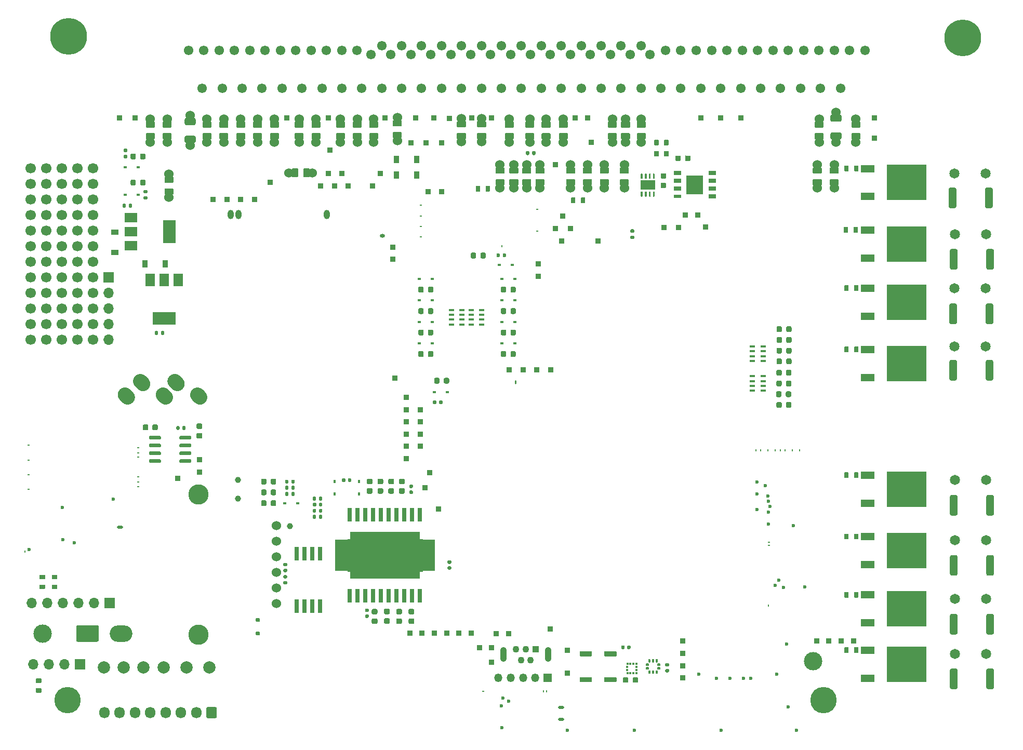
<source format=gts>
G04 #@! TF.GenerationSoftware,KiCad,Pcbnew,8.0.9-8.0.9-0~ubuntu24.04.1*
G04 #@! TF.CreationDate,2025-03-13T10:57:27+00:00*
G04 #@! TF.ProjectId,hellen88m42bmw,68656c6c-656e-4383-986d-3432626d772e,B*
G04 #@! TF.SameCoordinates,PX3d1b110PY9269338*
G04 #@! TF.FileFunction,Soldermask,Top*
G04 #@! TF.FilePolarity,Negative*
%FSLAX46Y46*%
G04 Gerber Fmt 4.6, Leading zero omitted, Abs format (unit mm)*
G04 Created by KiCad (PCBNEW 8.0.9-8.0.9-0~ubuntu24.04.1) date 2025-03-13 10:57:27*
%MOMM*%
%LPD*%
G01*
G04 APERTURE LIST*
%ADD10C,0.010000*%
%ADD11C,6.000000*%
%ADD12C,1.550000*%
%ADD13C,1.524000*%
%ADD14R,2.200000X1.200000*%
%ADD15R,6.400000X5.800000*%
%ADD16R,1.700000X1.700000*%
%ADD17O,1.700000X1.700000*%
%ADD18R,0.640000X2.160000*%
%ADD19C,4.300000*%
%ADD20C,1.650000*%
%ADD21R,0.600000X0.450000*%
%ADD22R,0.850000X0.850000*%
%ADD23R,0.900000X1.200000*%
%ADD24R,1.350000X1.350000*%
%ADD25O,1.350000X1.350000*%
%ADD26C,3.000000*%
%ADD27C,1.700000*%
%ADD28R,0.900000X0.400000*%
%ADD29C,2.000000*%
%ADD30C,1.000000*%
%ADD31R,0.800000X2.200000*%
%ADD32R,2.032000X5.080000*%
%ADD33C,1.300000*%
%ADD34R,11.430000X7.620000*%
%ADD35O,0.499999X0.250000*%
%ADD36O,0.250000X0.499999*%
%ADD37C,0.599999*%
%ADD38R,0.350000X0.375000*%
%ADD39R,0.375000X0.350000*%
%ADD40O,0.500000X0.250000*%
%ADD41O,0.250000X0.500000*%
%ADD42O,3.700000X2.700000*%
%ADD43O,1.000001X0.499999*%
%ADD44O,1.700000X1.850000*%
%ADD45R,1.310000X0.650000*%
%ADD46R,1.310000X0.600000*%
%ADD47R,1.325000X1.500000*%
%ADD48R,1.100000X1.100000*%
%ADD49C,1.100000*%
%ADD50O,1.100000X2.400000*%
%ADD51C,3.302000*%
%ADD52O,1.000001X1.500000*%
%ADD53O,0.800001X0.599999*%
%ADD54R,2.400000X1.600000*%
%ADD55O,0.200000X0.499999*%
%ADD56O,0.200000X0.399999*%
%ADD57R,1.500000X2.000000*%
%ADD58R,3.800000X2.000000*%
%ADD59R,2.000000X1.500000*%
%ADD60R,2.000000X3.800000*%
%ADD61R,0.450000X0.600000*%
%ADD62R,1.200000X0.900000*%
G04 APERTURE END LIST*
D10*
G04 #@! TO.C,U6*
X53480550Y26631400D02*
X53080000Y26631400D01*
X53080000Y31917320D01*
X53480550Y31917320D01*
X53480550Y26631400D01*
G36*
X53480550Y26631400D02*
G01*
X53080000Y26631400D01*
X53080000Y31917320D01*
X53480550Y31917320D01*
X53480550Y26631400D01*
G37*
X65284150Y26631400D02*
X64865600Y26631400D01*
X64865600Y31919860D01*
X65284150Y31919860D01*
X65284150Y26631400D01*
G36*
X65284150Y26631400D02*
G01*
X64865600Y26631400D01*
X64865600Y31919860D01*
X65284150Y31919860D01*
X65284150Y26631400D01*
G37*
G04 #@! TD*
D11*
G04 #@! TO.C,PP1*
X7632400Y113856400D03*
X153342400Y113606400D03*
D12*
X27142400Y111606400D03*
X32142400Y111606400D03*
X37142400Y111606400D03*
X42142400Y111606400D03*
X47142400Y111606400D03*
X52142400Y111606400D03*
X56892400Y110856400D03*
X60142400Y110856400D03*
X63392400Y110856400D03*
X66642400Y110856400D03*
X69892400Y110856400D03*
X73142400Y110856400D03*
X76392400Y110856400D03*
X79642400Y110856400D03*
X82892400Y110856400D03*
X86142400Y110856400D03*
X89392400Y110856400D03*
X92642400Y110856400D03*
X95892400Y110856400D03*
X99142400Y110856400D03*
X102392400Y110856400D03*
X107392400Y111606400D03*
X112392400Y111606400D03*
X117392400Y111606400D03*
X122392400Y111606400D03*
X127392400Y111606400D03*
X132392400Y111606400D03*
X137392400Y111606400D03*
X29642400Y111606400D03*
X34642400Y111606400D03*
X39642400Y111606400D03*
X44642400Y111606400D03*
X49642400Y111606400D03*
X54642400Y111606400D03*
X58642400Y112356400D03*
X61892400Y112356400D03*
X65142400Y112356400D03*
X68392400Y112356400D03*
X71642400Y112356400D03*
X74892400Y112356400D03*
X78142400Y112356400D03*
X81392400Y112356400D03*
X84642400Y112356400D03*
X87892400Y112356400D03*
X91142400Y112356400D03*
X94392400Y112356400D03*
X97642400Y112356400D03*
X100892400Y112356400D03*
X104892400Y111606400D03*
X109892400Y111606400D03*
X114892400Y111606400D03*
X119892400Y111606400D03*
X124892400Y111606400D03*
X129892400Y111606400D03*
X134892400Y111606400D03*
X29392400Y105356400D03*
X32642400Y105356400D03*
X35892400Y105356400D03*
X39142400Y105356400D03*
X42392400Y105356400D03*
X45642400Y105356400D03*
X48892400Y105356400D03*
X52142400Y105356400D03*
X55392400Y105356400D03*
X58642400Y105356400D03*
X61892400Y105356400D03*
X65142400Y105356400D03*
X68392400Y105356400D03*
X71642400Y105356400D03*
X74892400Y105356400D03*
X78142400Y105356400D03*
X81392400Y105356400D03*
X84642400Y105356400D03*
X87892400Y105356400D03*
X91142400Y105356400D03*
X94392400Y105356400D03*
X97642400Y105356400D03*
X100892400Y105356400D03*
X104142400Y105356400D03*
X107392400Y105356400D03*
X110642400Y105356400D03*
X113892400Y105356400D03*
X117142400Y105356400D03*
X120392400Y105356400D03*
X123642400Y105356400D03*
X126892400Y105356400D03*
X130142400Y105356400D03*
X133392400Y105356400D03*
G04 #@! TD*
D13*
G04 #@! TO.C,JP1*
X20926000Y100428000D03*
G36*
G01*
X20301000Y99973001D02*
X21551000Y99973001D01*
G75*
G02*
X21651000Y99873001I0J-100000D01*
G01*
X21651000Y99073001D01*
G75*
G02*
X21551000Y98973001I-100000J0D01*
G01*
X20301000Y98973001D01*
G75*
G02*
X20201000Y99073001I0J100000D01*
G01*
X20201000Y99873001D01*
G75*
G02*
X20301000Y99973001I100000J0D01*
G01*
G37*
G36*
G01*
X20301000Y98072979D02*
X21551000Y98072979D01*
G75*
G02*
X21651000Y97972979I0J-100000D01*
G01*
X21651000Y97172979D01*
G75*
G02*
X21551000Y97072979I-100000J0D01*
G01*
X20301000Y97072979D01*
G75*
G02*
X20201000Y97172979I0J100000D01*
G01*
X20201000Y97972979D01*
G75*
G02*
X20301000Y98072979I100000J0D01*
G01*
G37*
X20926000Y96618000D03*
G04 #@! TD*
G04 #@! TO.C,JP3*
X30176000Y100428000D03*
G36*
G01*
X29551000Y99973001D02*
X30801000Y99973001D01*
G75*
G02*
X30901000Y99873001I0J-100000D01*
G01*
X30901000Y99073001D01*
G75*
G02*
X30801000Y98973001I-100000J0D01*
G01*
X29551000Y98973001D01*
G75*
G02*
X29451000Y99073001I0J100000D01*
G01*
X29451000Y99873001D01*
G75*
G02*
X29551000Y99973001I100000J0D01*
G01*
G37*
G36*
G01*
X29551000Y98072979D02*
X30801000Y98072979D01*
G75*
G02*
X30901000Y97972979I0J-100000D01*
G01*
X30901000Y97172979D01*
G75*
G02*
X30801000Y97072979I-100000J0D01*
G01*
X29551000Y97072979D01*
G75*
G02*
X29451000Y97172979I0J100000D01*
G01*
X29451000Y97972979D01*
G75*
G02*
X29551000Y98072979I100000J0D01*
G01*
G37*
X30176000Y96618000D03*
G04 #@! TD*
G04 #@! TO.C,JP4*
X35676000Y100428000D03*
G36*
G01*
X35051000Y99973001D02*
X36301000Y99973001D01*
G75*
G02*
X36401000Y99873001I0J-100000D01*
G01*
X36401000Y99073001D01*
G75*
G02*
X36301000Y98973001I-100000J0D01*
G01*
X35051000Y98973001D01*
G75*
G02*
X34951000Y99073001I0J100000D01*
G01*
X34951000Y99873001D01*
G75*
G02*
X35051000Y99973001I100000J0D01*
G01*
G37*
G36*
G01*
X35051000Y98072979D02*
X36301000Y98072979D01*
G75*
G02*
X36401000Y97972979I0J-100000D01*
G01*
X36401000Y97172979D01*
G75*
G02*
X36301000Y97072979I-100000J0D01*
G01*
X35051000Y97072979D01*
G75*
G02*
X34951000Y97172979I0J100000D01*
G01*
X34951000Y97972979D01*
G75*
G02*
X35051000Y98072979I100000J0D01*
G01*
G37*
X35676000Y96618000D03*
G04 #@! TD*
G04 #@! TO.C,JP5*
X45176000Y100428000D03*
G36*
G01*
X44551000Y99973001D02*
X45801000Y99973001D01*
G75*
G02*
X45901000Y99873001I0J-100000D01*
G01*
X45901000Y99073001D01*
G75*
G02*
X45801000Y98973001I-100000J0D01*
G01*
X44551000Y98973001D01*
G75*
G02*
X44451000Y99073001I0J100000D01*
G01*
X44451000Y99873001D01*
G75*
G02*
X44551000Y99973001I100000J0D01*
G01*
G37*
G36*
G01*
X44551000Y98072979D02*
X45801000Y98072979D01*
G75*
G02*
X45901000Y97972979I0J-100000D01*
G01*
X45901000Y97172979D01*
G75*
G02*
X45801000Y97072979I-100000J0D01*
G01*
X44551000Y97072979D01*
G75*
G02*
X44451000Y97172979I0J100000D01*
G01*
X44451000Y97972979D01*
G75*
G02*
X44551000Y98072979I100000J0D01*
G01*
G37*
X45176000Y96618000D03*
G04 #@! TD*
G04 #@! TO.C,JP7*
X51926000Y100428000D03*
G36*
G01*
X51301000Y99973001D02*
X52551000Y99973001D01*
G75*
G02*
X52651000Y99873001I0J-100000D01*
G01*
X52651000Y99073001D01*
G75*
G02*
X52551000Y98973001I-100000J0D01*
G01*
X51301000Y98973001D01*
G75*
G02*
X51201000Y99073001I0J100000D01*
G01*
X51201000Y99873001D01*
G75*
G02*
X51301000Y99973001I100000J0D01*
G01*
G37*
G36*
G01*
X51301000Y98072979D02*
X52551000Y98072979D01*
G75*
G02*
X52651000Y97972979I0J-100000D01*
G01*
X52651000Y97172979D01*
G75*
G02*
X52551000Y97072979I-100000J0D01*
G01*
X51301000Y97072979D01*
G75*
G02*
X51201000Y97172979I0J100000D01*
G01*
X51201000Y97972979D01*
G75*
G02*
X51301000Y98072979I100000J0D01*
G01*
G37*
X51926000Y96618000D03*
G04 #@! TD*
G04 #@! TO.C,JP16*
X85426000Y100428000D03*
G36*
G01*
X84801000Y99973001D02*
X86051000Y99973001D01*
G75*
G02*
X86151000Y99873001I0J-100000D01*
G01*
X86151000Y99073001D01*
G75*
G02*
X86051000Y98973001I-100000J0D01*
G01*
X84801000Y98973001D01*
G75*
G02*
X84701000Y99073001I0J100000D01*
G01*
X84701000Y99873001D01*
G75*
G02*
X84801000Y99973001I100000J0D01*
G01*
G37*
G36*
G01*
X84801000Y98072979D02*
X86051000Y98072979D01*
G75*
G02*
X86151000Y97972979I0J-100000D01*
G01*
X86151000Y97172979D01*
G75*
G02*
X86051000Y97072979I-100000J0D01*
G01*
X84801000Y97072979D01*
G75*
G02*
X84701000Y97172979I0J100000D01*
G01*
X84701000Y97972979D01*
G75*
G02*
X84801000Y98072979I100000J0D01*
G01*
G37*
X85426000Y96618000D03*
G04 #@! TD*
G04 #@! TO.C,JP17*
X88226000Y100427999D03*
G36*
G01*
X87601000Y99973000D02*
X88851000Y99973000D01*
G75*
G02*
X88951000Y99873000I0J-100000D01*
G01*
X88951000Y99073000D01*
G75*
G02*
X88851000Y98973000I-100000J0D01*
G01*
X87601000Y98973000D01*
G75*
G02*
X87501000Y99073000I0J100000D01*
G01*
X87501000Y99873000D01*
G75*
G02*
X87601000Y99973000I100000J0D01*
G01*
G37*
G36*
G01*
X87601000Y98072978D02*
X88851000Y98072978D01*
G75*
G02*
X88951000Y97972978I0J-100000D01*
G01*
X88951000Y97172978D01*
G75*
G02*
X88851000Y97072978I-100000J0D01*
G01*
X87601000Y97072978D01*
G75*
G02*
X87501000Y97172978I0J100000D01*
G01*
X87501000Y97972978D01*
G75*
G02*
X87601000Y98072978I100000J0D01*
G01*
G37*
X88226000Y96617999D03*
G04 #@! TD*
G04 #@! TO.C,JP20*
X94926000Y92928000D03*
G36*
G01*
X94301000Y92473001D02*
X95551000Y92473001D01*
G75*
G02*
X95651000Y92373001I0J-100000D01*
G01*
X95651000Y91573001D01*
G75*
G02*
X95551000Y91473001I-100000J0D01*
G01*
X94301000Y91473001D01*
G75*
G02*
X94201000Y91573001I0J100000D01*
G01*
X94201000Y92373001D01*
G75*
G02*
X94301000Y92473001I100000J0D01*
G01*
G37*
G36*
G01*
X94301000Y90572979D02*
X95551000Y90572979D01*
G75*
G02*
X95651000Y90472979I0J-100000D01*
G01*
X95651000Y89672979D01*
G75*
G02*
X95551000Y89572979I-100000J0D01*
G01*
X94301000Y89572979D01*
G75*
G02*
X94201000Y89672979I0J100000D01*
G01*
X94201000Y90472979D01*
G75*
G02*
X94301000Y90572979I100000J0D01*
G01*
G37*
X94926000Y89118000D03*
G04 #@! TD*
G04 #@! TO.C,JP21*
X98176000Y92928000D03*
G36*
G01*
X97551000Y92473001D02*
X98801000Y92473001D01*
G75*
G02*
X98901000Y92373001I0J-100000D01*
G01*
X98901000Y91573001D01*
G75*
G02*
X98801000Y91473001I-100000J0D01*
G01*
X97551000Y91473001D01*
G75*
G02*
X97451000Y91573001I0J100000D01*
G01*
X97451000Y92373001D01*
G75*
G02*
X97551000Y92473001I100000J0D01*
G01*
G37*
G36*
G01*
X97551000Y90572979D02*
X98801000Y90572979D01*
G75*
G02*
X98901000Y90472979I0J-100000D01*
G01*
X98901000Y89672979D01*
G75*
G02*
X98801000Y89572979I-100000J0D01*
G01*
X97551000Y89572979D01*
G75*
G02*
X97451000Y89672979I0J100000D01*
G01*
X97451000Y90472979D01*
G75*
G02*
X97551000Y90572979I100000J0D01*
G01*
G37*
X98176000Y89118000D03*
G04 #@! TD*
G04 #@! TO.C,JP26*
X129926000Y100428000D03*
G36*
G01*
X129301000Y99973001D02*
X130551000Y99973001D01*
G75*
G02*
X130651000Y99873001I0J-100000D01*
G01*
X130651000Y99073001D01*
G75*
G02*
X130551000Y98973001I-100000J0D01*
G01*
X129301000Y98973001D01*
G75*
G02*
X129201000Y99073001I0J100000D01*
G01*
X129201000Y99873001D01*
G75*
G02*
X129301000Y99973001I100000J0D01*
G01*
G37*
G36*
G01*
X129301000Y98072979D02*
X130551000Y98072979D01*
G75*
G02*
X130651000Y97972979I0J-100000D01*
G01*
X130651000Y97172979D01*
G75*
G02*
X130551000Y97072979I-100000J0D01*
G01*
X129301000Y97072979D01*
G75*
G02*
X129201000Y97172979I0J100000D01*
G01*
X129201000Y97972979D01*
G75*
G02*
X129301000Y98072979I100000J0D01*
G01*
G37*
X129926000Y96618000D03*
G04 #@! TD*
G04 #@! TO.C,JP27*
X135926000Y100428000D03*
G36*
G01*
X135301000Y99973001D02*
X136551000Y99973001D01*
G75*
G02*
X136651000Y99873001I0J-100000D01*
G01*
X136651000Y99073001D01*
G75*
G02*
X136551000Y98973001I-100000J0D01*
G01*
X135301000Y98973001D01*
G75*
G02*
X135201000Y99073001I0J100000D01*
G01*
X135201000Y99873001D01*
G75*
G02*
X135301000Y99973001I100000J0D01*
G01*
G37*
G36*
G01*
X135301000Y98072979D02*
X136551000Y98072979D01*
G75*
G02*
X136651000Y97972979I0J-100000D01*
G01*
X136651000Y97172979D01*
G75*
G02*
X136551000Y97072979I-100000J0D01*
G01*
X135301000Y97072979D01*
G75*
G02*
X135201000Y97172979I0J100000D01*
G01*
X135201000Y97972979D01*
G75*
G02*
X135301000Y98072979I100000J0D01*
G01*
G37*
X135926000Y96618000D03*
G04 #@! TD*
G04 #@! TO.C,JP29*
X23676000Y100428000D03*
G36*
G01*
X23051000Y99973001D02*
X24301000Y99973001D01*
G75*
G02*
X24401000Y99873001I0J-100000D01*
G01*
X24401000Y99073001D01*
G75*
G02*
X24301000Y98973001I-100000J0D01*
G01*
X23051000Y98973001D01*
G75*
G02*
X22951000Y99073001I0J100000D01*
G01*
X22951000Y99873001D01*
G75*
G02*
X23051000Y99973001I100000J0D01*
G01*
G37*
G36*
G01*
X23051000Y98072979D02*
X24301000Y98072979D01*
G75*
G02*
X24401000Y97972979I0J-100000D01*
G01*
X24401000Y97172979D01*
G75*
G02*
X24301000Y97072979I-100000J0D01*
G01*
X23051000Y97072979D01*
G75*
G02*
X22951000Y97172979I0J100000D01*
G01*
X22951000Y97972979D01*
G75*
G02*
X23051000Y98072979I100000J0D01*
G01*
G37*
X23676000Y96618000D03*
G04 #@! TD*
G04 #@! TO.C,JP31*
X32926000Y100428000D03*
G36*
G01*
X32301000Y99973001D02*
X33551000Y99973001D01*
G75*
G02*
X33651000Y99873001I0J-100000D01*
G01*
X33651000Y99073001D01*
G75*
G02*
X33551000Y98973001I-100000J0D01*
G01*
X32301000Y98973001D01*
G75*
G02*
X32201000Y99073001I0J100000D01*
G01*
X32201000Y99873001D01*
G75*
G02*
X32301000Y99973001I100000J0D01*
G01*
G37*
G36*
G01*
X32301000Y98072979D02*
X33551000Y98072979D01*
G75*
G02*
X33651000Y97972979I0J-100000D01*
G01*
X33651000Y97172979D01*
G75*
G02*
X33551000Y97072979I-100000J0D01*
G01*
X32301000Y97072979D01*
G75*
G02*
X32201000Y97172979I0J100000D01*
G01*
X32201000Y97972979D01*
G75*
G02*
X32301000Y98072979I100000J0D01*
G01*
G37*
X32926000Y96618000D03*
G04 #@! TD*
G04 #@! TO.C,JP32*
X41176000Y100428000D03*
G36*
G01*
X40551000Y99973001D02*
X41801000Y99973001D01*
G75*
G02*
X41901000Y99873001I0J-100000D01*
G01*
X41901000Y99073001D01*
G75*
G02*
X41801000Y98973001I-100000J0D01*
G01*
X40551000Y98973001D01*
G75*
G02*
X40451000Y99073001I0J100000D01*
G01*
X40451000Y99873001D01*
G75*
G02*
X40551000Y99973001I100000J0D01*
G01*
G37*
G36*
G01*
X40551000Y98072979D02*
X41801000Y98072979D01*
G75*
G02*
X41901000Y97972979I0J-100000D01*
G01*
X41901000Y97172979D01*
G75*
G02*
X41801000Y97072979I-100000J0D01*
G01*
X40551000Y97072979D01*
G75*
G02*
X40451000Y97172979I0J100000D01*
G01*
X40451000Y97972979D01*
G75*
G02*
X40551000Y98072979I100000J0D01*
G01*
G37*
X41176000Y96618000D03*
G04 #@! TD*
G04 #@! TO.C,JP33*
X47926000Y100428000D03*
G36*
G01*
X47301000Y99973001D02*
X48551000Y99973001D01*
G75*
G02*
X48651000Y99873001I0J-100000D01*
G01*
X48651000Y99073001D01*
G75*
G02*
X48551000Y98973001I-100000J0D01*
G01*
X47301000Y98973001D01*
G75*
G02*
X47201000Y99073001I0J100000D01*
G01*
X47201000Y99873001D01*
G75*
G02*
X47301000Y99973001I100000J0D01*
G01*
G37*
G36*
G01*
X47301000Y98072979D02*
X48551000Y98072979D01*
G75*
G02*
X48651000Y97972979I0J-100000D01*
G01*
X48651000Y97172979D01*
G75*
G02*
X48551000Y97072979I-100000J0D01*
G01*
X47301000Y97072979D01*
G75*
G02*
X47201000Y97172979I0J100000D01*
G01*
X47201000Y97972979D01*
G75*
G02*
X47301000Y98072979I100000J0D01*
G01*
G37*
X47926000Y96618000D03*
G04 #@! TD*
G04 #@! TO.C,JP35*
X57326000Y100428000D03*
G36*
G01*
X56701000Y99973001D02*
X57951000Y99973001D01*
G75*
G02*
X58051000Y99873001I0J-100000D01*
G01*
X58051000Y99073001D01*
G75*
G02*
X57951000Y98973001I-100000J0D01*
G01*
X56701000Y98973001D01*
G75*
G02*
X56601000Y99073001I0J100000D01*
G01*
X56601000Y99873001D01*
G75*
G02*
X56701000Y99973001I100000J0D01*
G01*
G37*
G36*
G01*
X56701000Y98072979D02*
X57951000Y98072979D01*
G75*
G02*
X58051000Y97972979I0J-100000D01*
G01*
X58051000Y97172979D01*
G75*
G02*
X57951000Y97072979I-100000J0D01*
G01*
X56701000Y97072979D01*
G75*
G02*
X56601000Y97172979I0J100000D01*
G01*
X56601000Y97972979D01*
G75*
G02*
X56701000Y98072979I100000J0D01*
G01*
G37*
X57326000Y96618000D03*
G04 #@! TD*
G04 #@! TO.C,JP41*
X77926000Y92928000D03*
G36*
G01*
X77301000Y92473001D02*
X78551000Y92473001D01*
G75*
G02*
X78651000Y92373001I0J-100000D01*
G01*
X78651000Y91573001D01*
G75*
G02*
X78551000Y91473001I-100000J0D01*
G01*
X77301000Y91473001D01*
G75*
G02*
X77201000Y91573001I0J100000D01*
G01*
X77201000Y92373001D01*
G75*
G02*
X77301000Y92473001I100000J0D01*
G01*
G37*
G36*
G01*
X77301000Y90572979D02*
X78551000Y90572979D01*
G75*
G02*
X78651000Y90472979I0J-100000D01*
G01*
X78651000Y89672979D01*
G75*
G02*
X78551000Y89572979I-100000J0D01*
G01*
X77301000Y89572979D01*
G75*
G02*
X77201000Y89672979I0J100000D01*
G01*
X77201000Y90472979D01*
G75*
G02*
X77301000Y90572979I100000J0D01*
G01*
G37*
X77926000Y89118000D03*
G04 #@! TD*
G04 #@! TO.C,JP42*
X80176000Y92928000D03*
G36*
G01*
X79551000Y92473001D02*
X80801000Y92473001D01*
G75*
G02*
X80901000Y92373001I0J-100000D01*
G01*
X80901000Y91573001D01*
G75*
G02*
X80801000Y91473001I-100000J0D01*
G01*
X79551000Y91473001D01*
G75*
G02*
X79451000Y91573001I0J100000D01*
G01*
X79451000Y92373001D01*
G75*
G02*
X79551000Y92473001I100000J0D01*
G01*
G37*
G36*
G01*
X79551000Y90572979D02*
X80801000Y90572979D01*
G75*
G02*
X80901000Y90472979I0J-100000D01*
G01*
X80901000Y89672979D01*
G75*
G02*
X80801000Y89572979I-100000J0D01*
G01*
X79551000Y89572979D01*
G75*
G02*
X79451000Y89672979I0J100000D01*
G01*
X79451000Y90472979D01*
G75*
G02*
X79551000Y90572979I100000J0D01*
G01*
G37*
X80176000Y89118000D03*
G04 #@! TD*
G04 #@! TO.C,JP43*
X82776000Y100428021D03*
G36*
G01*
X82151000Y99973022D02*
X83401000Y99973022D01*
G75*
G02*
X83501000Y99873022I0J-100000D01*
G01*
X83501000Y99073022D01*
G75*
G02*
X83401000Y98973022I-100000J0D01*
G01*
X82151000Y98973022D01*
G75*
G02*
X82051000Y99073022I0J100000D01*
G01*
X82051000Y99873022D01*
G75*
G02*
X82151000Y99973022I100000J0D01*
G01*
G37*
G36*
G01*
X82151000Y98073000D02*
X83401000Y98073000D01*
G75*
G02*
X83501000Y97973000I0J-100000D01*
G01*
X83501000Y97173000D01*
G75*
G02*
X83401000Y97073000I-100000J0D01*
G01*
X82151000Y97073000D01*
G75*
G02*
X82051000Y97173000I0J100000D01*
G01*
X82051000Y97973000D01*
G75*
G02*
X82151000Y98073000I100000J0D01*
G01*
G37*
X82776000Y96618021D03*
G04 #@! TD*
G04 #@! TO.C,JP46*
X89426000Y92928000D03*
G36*
G01*
X88801000Y92473001D02*
X90051000Y92473001D01*
G75*
G02*
X90151000Y92373001I0J-100000D01*
G01*
X90151000Y91573001D01*
G75*
G02*
X90051000Y91473001I-100000J0D01*
G01*
X88801000Y91473001D01*
G75*
G02*
X88701000Y91573001I0J100000D01*
G01*
X88701000Y92373001D01*
G75*
G02*
X88801000Y92473001I100000J0D01*
G01*
G37*
G36*
G01*
X88801000Y90572979D02*
X90051000Y90572979D01*
G75*
G02*
X90151000Y90472979I0J-100000D01*
G01*
X90151000Y89672979D01*
G75*
G02*
X90051000Y89572979I-100000J0D01*
G01*
X88801000Y89572979D01*
G75*
G02*
X88701000Y89672979I0J100000D01*
G01*
X88701000Y90472979D01*
G75*
G02*
X88801000Y90572979I100000J0D01*
G01*
G37*
X89426000Y89118000D03*
G04 #@! TD*
G04 #@! TO.C,JP47*
X92176000Y92928000D03*
G36*
G01*
X91551000Y92473001D02*
X92801000Y92473001D01*
G75*
G02*
X92901000Y92373001I0J-100000D01*
G01*
X92901000Y91573001D01*
G75*
G02*
X92801000Y91473001I-100000J0D01*
G01*
X91551000Y91473001D01*
G75*
G02*
X91451000Y91573001I0J100000D01*
G01*
X91451000Y92373001D01*
G75*
G02*
X91551000Y92473001I100000J0D01*
G01*
G37*
G36*
G01*
X91551000Y90572979D02*
X92801000Y90572979D01*
G75*
G02*
X92901000Y90472979I0J-100000D01*
G01*
X92901000Y89672979D01*
G75*
G02*
X92801000Y89572979I-100000J0D01*
G01*
X91551000Y89572979D01*
G75*
G02*
X91451000Y89672979I0J100000D01*
G01*
X91451000Y90472979D01*
G75*
G02*
X91551000Y90572979I100000J0D01*
G01*
G37*
X92176000Y89118000D03*
G04 #@! TD*
G04 #@! TO.C,JP54*
X132676000Y101523000D03*
G36*
G01*
X131776000Y100178010D02*
X131776000Y100868010D01*
G75*
G02*
X132006000Y101098010I230000J0D01*
G01*
X133346000Y101098010D01*
G75*
G02*
X133576000Y100868010I0J-230000D01*
G01*
X133576000Y100178010D01*
G75*
G02*
X133346000Y99948010I-230000J0D01*
G01*
X132006000Y99948010D01*
G75*
G02*
X131776000Y100178010I0J230000D01*
G01*
G37*
G36*
G01*
X131776000Y97277990D02*
X131776000Y97967990D01*
G75*
G02*
X132006000Y98197990I230000J0D01*
G01*
X133346000Y98197990D01*
G75*
G02*
X133576000Y97967990I0J-230000D01*
G01*
X133576000Y97277990D01*
G75*
G02*
X133346000Y97047990I-230000J0D01*
G01*
X132006000Y97047990D01*
G75*
G02*
X131776000Y97277990I0J230000D01*
G01*
G37*
X132676000Y96623000D03*
G04 #@! TD*
G04 #@! TO.C,JP56*
X27426000Y100973000D03*
G36*
G01*
X26526000Y99628010D02*
X26526000Y100318010D01*
G75*
G02*
X26756000Y100548010I230000J0D01*
G01*
X28096000Y100548010D01*
G75*
G02*
X28326000Y100318010I0J-230000D01*
G01*
X28326000Y99628010D01*
G75*
G02*
X28096000Y99398010I-230000J0D01*
G01*
X26756000Y99398010D01*
G75*
G02*
X26526000Y99628010I0J230000D01*
G01*
G37*
G36*
G01*
X26526000Y96727990D02*
X26526000Y97417990D01*
G75*
G02*
X26756000Y97647990I230000J0D01*
G01*
X28096000Y97647990D01*
G75*
G02*
X28326000Y97417990I0J-230000D01*
G01*
X28326000Y96727990D01*
G75*
G02*
X28096000Y96497990I-230000J0D01*
G01*
X26756000Y96497990D01*
G75*
G02*
X26526000Y96727990I0J230000D01*
G01*
G37*
X27426000Y96073000D03*
G04 #@! TD*
G04 #@! TO.C,JP73*
X84426000Y92923000D03*
G36*
G01*
X83801000Y92468001D02*
X85051000Y92468001D01*
G75*
G02*
X85151000Y92368001I0J-100000D01*
G01*
X85151000Y91568001D01*
G75*
G02*
X85051000Y91468001I-100000J0D01*
G01*
X83801000Y91468001D01*
G75*
G02*
X83701000Y91568001I0J100000D01*
G01*
X83701000Y92368001D01*
G75*
G02*
X83801000Y92468001I100000J0D01*
G01*
G37*
G36*
G01*
X83801000Y90567979D02*
X85051000Y90567979D01*
G75*
G02*
X85151000Y90467979I0J-100000D01*
G01*
X85151000Y89667979D01*
G75*
G02*
X85051000Y89567979I-100000J0D01*
G01*
X83801000Y89567979D01*
G75*
G02*
X83701000Y89667979I0J100000D01*
G01*
X83701000Y90467979D01*
G75*
G02*
X83801000Y90567979I100000J0D01*
G01*
G37*
X84426000Y89113000D03*
G04 #@! TD*
G04 #@! TO.C,JP77*
X96226000Y100428000D03*
G36*
G01*
X95601000Y99973001D02*
X96851000Y99973001D01*
G75*
G02*
X96951000Y99873001I0J-100000D01*
G01*
X96951000Y99073001D01*
G75*
G02*
X96851000Y98973001I-100000J0D01*
G01*
X95601000Y98973001D01*
G75*
G02*
X95501000Y99073001I0J100000D01*
G01*
X95501000Y99873001D01*
G75*
G02*
X95601000Y99973001I100000J0D01*
G01*
G37*
G36*
G01*
X95601000Y98072979D02*
X96851000Y98072979D01*
G75*
G02*
X96951000Y97972979I0J-100000D01*
G01*
X96951000Y97172979D01*
G75*
G02*
X96851000Y97072979I-100000J0D01*
G01*
X95601000Y97072979D01*
G75*
G02*
X95501000Y97172979I0J100000D01*
G01*
X95501000Y97972979D01*
G75*
G02*
X95601000Y98072979I100000J0D01*
G01*
G37*
X96226000Y96618000D03*
G04 #@! TD*
G04 #@! TO.C,JP78*
X100926000Y100428000D03*
G36*
G01*
X100301000Y99973001D02*
X101551000Y99973001D01*
G75*
G02*
X101651000Y99873001I0J-100000D01*
G01*
X101651000Y99073001D01*
G75*
G02*
X101551000Y98973001I-100000J0D01*
G01*
X100301000Y98973001D01*
G75*
G02*
X100201000Y99073001I0J100000D01*
G01*
X100201000Y99873001D01*
G75*
G02*
X100301000Y99973001I100000J0D01*
G01*
G37*
G36*
G01*
X100301000Y98072979D02*
X101551000Y98072979D01*
G75*
G02*
X101651000Y97972979I0J-100000D01*
G01*
X101651000Y97172979D01*
G75*
G02*
X101551000Y97072979I-100000J0D01*
G01*
X100301000Y97072979D01*
G75*
G02*
X100201000Y97172979I0J100000D01*
G01*
X100201000Y97972979D01*
G75*
G02*
X100301000Y98072979I100000J0D01*
G01*
G37*
X100926000Y96618000D03*
G04 #@! TD*
G04 #@! TO.C,JP85*
X132376000Y92928000D03*
G36*
G01*
X131751000Y92473001D02*
X133001000Y92473001D01*
G75*
G02*
X133101000Y92373001I0J-100000D01*
G01*
X133101000Y91573001D01*
G75*
G02*
X133001000Y91473001I-100000J0D01*
G01*
X131751000Y91473001D01*
G75*
G02*
X131651000Y91573001I0J100000D01*
G01*
X131651000Y92373001D01*
G75*
G02*
X131751000Y92473001I100000J0D01*
G01*
G37*
G36*
G01*
X131751000Y90572979D02*
X133001000Y90572979D01*
G75*
G02*
X133101000Y90472979I0J-100000D01*
G01*
X133101000Y89672979D01*
G75*
G02*
X133001000Y89572979I-100000J0D01*
G01*
X131751000Y89572979D01*
G75*
G02*
X131651000Y89672979I0J100000D01*
G01*
X131651000Y90472979D01*
G75*
G02*
X131751000Y90572979I100000J0D01*
G01*
G37*
X132376000Y89118000D03*
G04 #@! TD*
G04 #@! TO.C,JP86*
X129626000Y92928000D03*
G36*
G01*
X129001000Y92473001D02*
X130251000Y92473001D01*
G75*
G02*
X130351000Y92373001I0J-100000D01*
G01*
X130351000Y91573001D01*
G75*
G02*
X130251000Y91473001I-100000J0D01*
G01*
X129001000Y91473001D01*
G75*
G02*
X128901000Y91573001I0J100000D01*
G01*
X128901000Y92373001D01*
G75*
G02*
X129001000Y92473001I100000J0D01*
G01*
G37*
G36*
G01*
X129001000Y90572979D02*
X130251000Y90572979D01*
G75*
G02*
X130351000Y90472979I0J-100000D01*
G01*
X130351000Y89672979D01*
G75*
G02*
X130251000Y89572979I-100000J0D01*
G01*
X129001000Y89572979D01*
G75*
G02*
X128901000Y89672979I0J100000D01*
G01*
X128901000Y90472979D01*
G75*
G02*
X129001000Y90572979I100000J0D01*
G01*
G37*
X129626000Y89118000D03*
G04 #@! TD*
G04 #@! TO.C,JP59*
X38426000Y100428000D03*
G36*
G01*
X37801000Y99973001D02*
X39051000Y99973001D01*
G75*
G02*
X39151000Y99873001I0J-100000D01*
G01*
X39151000Y99073001D01*
G75*
G02*
X39051000Y98973001I-100000J0D01*
G01*
X37801000Y98973001D01*
G75*
G02*
X37701000Y99073001I0J100000D01*
G01*
X37701000Y99873001D01*
G75*
G02*
X37801000Y99973001I100000J0D01*
G01*
G37*
G36*
G01*
X37801000Y98072979D02*
X39051000Y98072979D01*
G75*
G02*
X39151000Y97972979I0J-100000D01*
G01*
X39151000Y97172979D01*
G75*
G02*
X39051000Y97072979I-100000J0D01*
G01*
X37801000Y97072979D01*
G75*
G02*
X37701000Y97172979I0J100000D01*
G01*
X37701000Y97972979D01*
G75*
G02*
X37801000Y98072979I100000J0D01*
G01*
G37*
X38426000Y96618000D03*
G04 #@! TD*
D14*
G04 #@! TO.C,Q1*
X137874800Y32303000D03*
D15*
X144174800Y30023000D03*
D14*
X137874800Y27743000D03*
G04 #@! TD*
G04 #@! TO.C,Q6*
X137874800Y92303000D03*
D15*
X144174800Y90023000D03*
D14*
X137874800Y87743000D03*
G04 #@! TD*
G04 #@! TO.C,Q2*
X137874800Y42303000D03*
D15*
X144174800Y40023000D03*
D14*
X137874800Y37743000D03*
G04 #@! TD*
G04 #@! TO.C,Q5*
X137874800Y82303000D03*
D15*
X144174800Y80023000D03*
D14*
X137874800Y77743000D03*
G04 #@! TD*
G04 #@! TO.C,Q3*
X137874800Y62803000D03*
D15*
X144174800Y60523000D03*
D14*
X137874800Y58243000D03*
G04 #@! TD*
G04 #@! TO.C,Q4*
X137874800Y72803000D03*
D15*
X144174800Y70523000D03*
D14*
X137874800Y68243000D03*
G04 #@! TD*
G04 #@! TO.C,C1*
G36*
G01*
X42756000Y26033000D02*
X43096000Y26033000D01*
G75*
G02*
X43236000Y25893000I0J-140000D01*
G01*
X43236000Y25613000D01*
G75*
G02*
X43096000Y25473000I-140000J0D01*
G01*
X42756000Y25473000D01*
G75*
G02*
X42616000Y25613000I0J140000D01*
G01*
X42616000Y25893000D01*
G75*
G02*
X42756000Y26033000I140000J0D01*
G01*
G37*
G36*
G01*
X42756000Y25073000D02*
X43096000Y25073000D01*
G75*
G02*
X43236000Y24933000I0J-140000D01*
G01*
X43236000Y24653000D01*
G75*
G02*
X43096000Y24513000I-140000J0D01*
G01*
X42756000Y24513000D01*
G75*
G02*
X42616000Y24653000I0J140000D01*
G01*
X42616000Y24933000D01*
G75*
G02*
X42756000Y25073000I140000J0D01*
G01*
G37*
G04 #@! TD*
G04 #@! TO.C,C2*
G36*
G01*
X43096000Y26513000D02*
X42756000Y26513000D01*
G75*
G02*
X42616000Y26653000I0J140000D01*
G01*
X42616000Y26933000D01*
G75*
G02*
X42756000Y27073000I140000J0D01*
G01*
X43096000Y27073000D01*
G75*
G02*
X43236000Y26933000I0J-140000D01*
G01*
X43236000Y26653000D01*
G75*
G02*
X43096000Y26513000I-140000J0D01*
G01*
G37*
G36*
G01*
X43096000Y27473000D02*
X42756000Y27473000D01*
G75*
G02*
X42616000Y27613000I0J140000D01*
G01*
X42616000Y27893000D01*
G75*
G02*
X42756000Y28033000I140000J0D01*
G01*
X43096000Y28033000D01*
G75*
G02*
X43236000Y27893000I0J-140000D01*
G01*
X43236000Y27613000D01*
G75*
G02*
X43096000Y27473000I-140000J0D01*
G01*
G37*
G04 #@! TD*
D16*
G04 #@! TO.C,J4*
X14158000Y74529000D03*
D17*
X14158000Y71989000D03*
X14158000Y69449000D03*
X14158000Y66909000D03*
X14158000Y64369000D03*
G04 #@! TD*
D18*
G04 #@! TO.C,U1*
X44771000Y21003000D03*
X46041000Y21003000D03*
X47311000Y21003000D03*
X48581000Y21003000D03*
X48581000Y29543000D03*
X47311000Y29543000D03*
X46041000Y29543000D03*
X44771000Y29543000D03*
G04 #@! TD*
D19*
G04 #@! TO.C,H1*
X130622000Y5663000D03*
G04 #@! TD*
G04 #@! TO.C,H2*
X7432000Y5663000D03*
G04 #@! TD*
G04 #@! TO.C,R1*
G36*
G01*
X16396000Y86088000D02*
X16396000Y86458000D01*
G75*
G02*
X16531000Y86593000I135000J0D01*
G01*
X16801000Y86593000D01*
G75*
G02*
X16936000Y86458000I0J-135000D01*
G01*
X16936000Y86088000D01*
G75*
G02*
X16801000Y85953000I-135000J0D01*
G01*
X16531000Y85953000D01*
G75*
G02*
X16396000Y86088000I0J135000D01*
G01*
G37*
G36*
G01*
X17416000Y86088000D02*
X17416000Y86458000D01*
G75*
G02*
X17551000Y86593000I135000J0D01*
G01*
X17821000Y86593000D01*
G75*
G02*
X17956000Y86458000I0J-135000D01*
G01*
X17956000Y86088000D01*
G75*
G02*
X17821000Y85953000I-135000J0D01*
G01*
X17551000Y85953000D01*
G75*
G02*
X17416000Y86088000I0J135000D01*
G01*
G37*
G04 #@! TD*
D20*
G04 #@! TO.C,F3*
X157066000Y72823000D03*
X151986000Y72823000D03*
G04 #@! TD*
D21*
G04 #@! TO.C,D14*
X66876000Y70823000D03*
X64776000Y70823000D03*
G04 #@! TD*
G04 #@! TO.C,R10*
G36*
G01*
X151251000Y16598000D02*
X151251000Y19448000D01*
G75*
G02*
X151501000Y19698000I250000J0D01*
G01*
X152226000Y19698000D01*
G75*
G02*
X152476000Y19448000I0J-250000D01*
G01*
X152476000Y16598000D01*
G75*
G02*
X152226000Y16348000I-250000J0D01*
G01*
X151501000Y16348000D01*
G75*
G02*
X151251000Y16598000I0J250000D01*
G01*
G37*
G36*
G01*
X157176000Y16598000D02*
X157176000Y19448000D01*
G75*
G02*
X157426000Y19698000I250000J0D01*
G01*
X158151000Y19698000D01*
G75*
G02*
X158401000Y19448000I0J-250000D01*
G01*
X158401000Y16598000D01*
G75*
G02*
X158151000Y16348000I-250000J0D01*
G01*
X157426000Y16348000D01*
G75*
G02*
X157176000Y16598000I0J250000D01*
G01*
G37*
G04 #@! TD*
G04 #@! TO.C,D23*
G36*
G01*
X122988500Y65866750D02*
X122988500Y66379250D01*
G75*
G02*
X123207250Y66598000I218750J0D01*
G01*
X123644750Y66598000D01*
G75*
G02*
X123863500Y66379250I0J-218750D01*
G01*
X123863500Y65866750D01*
G75*
G02*
X123644750Y65648000I-218750J0D01*
G01*
X123207250Y65648000D01*
G75*
G02*
X122988500Y65866750I0J218750D01*
G01*
G37*
G36*
G01*
X124563500Y65866750D02*
X124563500Y66379250D01*
G75*
G02*
X124782250Y66598000I218750J0D01*
G01*
X125219750Y66598000D01*
G75*
G02*
X125438500Y66379250I0J-218750D01*
G01*
X125438500Y65866750D01*
G75*
G02*
X125219750Y65648000I-218750J0D01*
G01*
X124782250Y65648000D01*
G75*
G02*
X124563500Y65866750I0J218750D01*
G01*
G37*
G04 #@! TD*
D22*
G04 #@! TO.C,VIN16*
X84176000Y76773000D03*
G04 #@! TD*
G04 #@! TO.C,D25*
G36*
G01*
X64601000Y65316750D02*
X64601000Y65829250D01*
G75*
G02*
X64819750Y66048000I218750J0D01*
G01*
X65257250Y66048000D01*
G75*
G02*
X65476000Y65829250I0J-218750D01*
G01*
X65476000Y65316750D01*
G75*
G02*
X65257250Y65098000I-218750J0D01*
G01*
X64819750Y65098000D01*
G75*
G02*
X64601000Y65316750I0J218750D01*
G01*
G37*
G36*
G01*
X66176000Y65316750D02*
X66176000Y65829250D01*
G75*
G02*
X66394750Y66048000I218750J0D01*
G01*
X66832250Y66048000D01*
G75*
G02*
X67051000Y65829250I0J-218750D01*
G01*
X67051000Y65316750D01*
G75*
G02*
X66832250Y65098000I-218750J0D01*
G01*
X66394750Y65098000D01*
G75*
G02*
X66176000Y65316750I0J218750D01*
G01*
G37*
G04 #@! TD*
D23*
G04 #@! TO.C,D10*
X20026000Y76773000D03*
X23326000Y76773000D03*
G04 #@! TD*
D24*
G04 #@! TO.C,J2*
X85676000Y9273000D03*
D25*
X83676000Y9273000D03*
X81676000Y9273000D03*
X79676000Y9273000D03*
X77676000Y9273000D03*
G04 #@! TD*
D26*
G04 #@! TO.C,TP4*
X128926000Y12023000D03*
G04 #@! TD*
G04 #@! TO.C,D27*
G36*
G01*
X80501000Y69329250D02*
X80501000Y68816750D01*
G75*
G02*
X80282250Y68598000I-218750J0D01*
G01*
X79844750Y68598000D01*
G75*
G02*
X79626000Y68816750I0J218750D01*
G01*
X79626000Y69329250D01*
G75*
G02*
X79844750Y69548000I218750J0D01*
G01*
X80282250Y69548000D01*
G75*
G02*
X80501000Y69329250I0J-218750D01*
G01*
G37*
G36*
G01*
X78926000Y69329250D02*
X78926000Y68816750D01*
G75*
G02*
X78707250Y68598000I-218750J0D01*
G01*
X78269750Y68598000D01*
G75*
G02*
X78051000Y68816750I0J218750D01*
G01*
X78051000Y69329250D01*
G75*
G02*
X78269750Y69548000I218750J0D01*
G01*
X78707250Y69548000D01*
G75*
G02*
X78926000Y69329250I0J-218750D01*
G01*
G37*
G04 #@! TD*
D22*
G04 #@! TO.C,VIN5*
X93926000Y80523000D03*
G04 #@! TD*
G04 #@! TO.C,VOUT27*
X28976000Y44823000D03*
G04 #@! TD*
G04 #@! TO.C,MMCU14*
X67926000Y36773000D03*
G04 #@! TD*
G04 #@! TO.C,R6*
G36*
G01*
X99291000Y82403000D02*
X99661000Y82403000D01*
G75*
G02*
X99796000Y82268000I0J-135000D01*
G01*
X99796000Y81998000D01*
G75*
G02*
X99661000Y81863000I-135000J0D01*
G01*
X99291000Y81863000D01*
G75*
G02*
X99156000Y81998000I0J135000D01*
G01*
X99156000Y82268000D01*
G75*
G02*
X99291000Y82403000I135000J0D01*
G01*
G37*
G36*
G01*
X99291000Y81383000D02*
X99661000Y81383000D01*
G75*
G02*
X99796000Y81248000I0J-135000D01*
G01*
X99796000Y80978000D01*
G75*
G02*
X99661000Y80843000I-135000J0D01*
G01*
X99291000Y80843000D01*
G75*
G02*
X99156000Y80978000I0J135000D01*
G01*
X99156000Y81248000D01*
G75*
G02*
X99291000Y81383000I135000J0D01*
G01*
G37*
G04 #@! TD*
G04 #@! TO.C,MMCU4*
X131526001Y15323000D03*
G04 #@! TD*
G04 #@! TO.C,MMCU31*
X63226000Y16573000D03*
G04 #@! TD*
G04 #@! TO.C,C13*
G36*
G01*
X61231000Y20528000D02*
X61731000Y20528000D01*
G75*
G02*
X61956000Y20303000I0J-225000D01*
G01*
X61956000Y19853000D01*
G75*
G02*
X61731000Y19628000I-225000J0D01*
G01*
X61231000Y19628000D01*
G75*
G02*
X61006000Y19853000I0J225000D01*
G01*
X61006000Y20303000D01*
G75*
G02*
X61231000Y20528000I225000J0D01*
G01*
G37*
G36*
G01*
X61231000Y18978000D02*
X61731000Y18978000D01*
G75*
G02*
X61956000Y18753000I0J-225000D01*
G01*
X61956000Y18303000D01*
G75*
G02*
X61731000Y18078000I-225000J0D01*
G01*
X61231000Y18078000D01*
G75*
G02*
X61006000Y18303000I0J225000D01*
G01*
X61006000Y18753000D01*
G75*
G02*
X61231000Y18978000I225000J0D01*
G01*
G37*
G04 #@! TD*
G04 #@! TO.C,cr8*
X15926000Y100523000D03*
G04 #@! TD*
G04 #@! TO.C,D29*
G36*
G01*
X64601000Y61816750D02*
X64601000Y62329250D01*
G75*
G02*
X64819750Y62548000I218750J0D01*
G01*
X65257250Y62548000D01*
G75*
G02*
X65476000Y62329250I0J-218750D01*
G01*
X65476000Y61816750D01*
G75*
G02*
X65257250Y61598000I-218750J0D01*
G01*
X64819750Y61598000D01*
G75*
G02*
X64601000Y61816750I0J218750D01*
G01*
G37*
G36*
G01*
X66176000Y61816750D02*
X66176000Y62329250D01*
G75*
G02*
X66394750Y62548000I218750J0D01*
G01*
X66832250Y62548000D01*
G75*
G02*
X67051000Y62329250I0J-218750D01*
G01*
X67051000Y61816750D01*
G75*
G02*
X66832250Y61598000I-218750J0D01*
G01*
X66394750Y61598000D01*
G75*
G02*
X66176000Y61816750I0J218750D01*
G01*
G37*
G04 #@! TD*
D21*
G04 #@! TO.C,D1*
X16876000Y88023000D03*
X18976000Y88023000D03*
G04 #@! TD*
D22*
G04 #@! TO.C,VOUT24*
X60776000Y58123000D03*
G04 #@! TD*
G04 #@! TO.C,MMCU28*
X71226000Y16573000D03*
G04 #@! TD*
G04 #@! TO.C,VOUT10*
X49926000Y91474215D03*
G04 #@! TD*
D27*
G04 #@! TO.C,G6*
X1458000Y77069000D03*
X3998000Y77069000D03*
X6538000Y77069000D03*
X9078000Y77069000D03*
X11618000Y77069000D03*
X1458000Y74529000D03*
X3998000Y74529000D03*
X6538000Y74529000D03*
X9078000Y74529000D03*
X11618000Y74529000D03*
X1458000Y71989000D03*
X3998000Y71989000D03*
X6538000Y71989000D03*
X9078000Y71989000D03*
X11618000Y71989000D03*
G04 #@! TD*
D22*
G04 #@! TO.C,cr1*
X69676000Y100473000D03*
G04 #@! TD*
G04 #@! TO.C,R33*
G36*
G01*
X42896000Y39088000D02*
X42896000Y39458000D01*
G75*
G02*
X43031000Y39593000I135000J0D01*
G01*
X43301000Y39593000D01*
G75*
G02*
X43436000Y39458000I0J-135000D01*
G01*
X43436000Y39088000D01*
G75*
G02*
X43301000Y38953000I-135000J0D01*
G01*
X43031000Y38953000D01*
G75*
G02*
X42896000Y39088000I0J135000D01*
G01*
G37*
G36*
G01*
X43916000Y39088000D02*
X43916000Y39458000D01*
G75*
G02*
X44051000Y39593000I135000J0D01*
G01*
X44321000Y39593000D01*
G75*
G02*
X44456000Y39458000I0J-135000D01*
G01*
X44456000Y39088000D01*
G75*
G02*
X44321000Y38953000I-135000J0D01*
G01*
X44051000Y38953000D01*
G75*
G02*
X43916000Y39088000I0J135000D01*
G01*
G37*
G04 #@! TD*
G04 #@! TO.C,MMCU30*
X67226000Y16573000D03*
G04 #@! TD*
D28*
G04 #@! TO.C,RN7*
X71676000Y66873000D03*
X71676000Y67673000D03*
X71676000Y68473000D03*
X71676000Y69273000D03*
X69976000Y69273000D03*
X69976000Y68473000D03*
X69976000Y67673000D03*
X69976000Y66873000D03*
G04 #@! TD*
D14*
G04 #@! TO.C,Q7*
X137874800Y22803000D03*
D15*
X144174800Y20523000D03*
D14*
X137874800Y18243000D03*
G04 #@! TD*
D22*
G04 #@! TO.C,MMCU18*
X69226000Y16573000D03*
G04 #@! TD*
G04 #@! TO.C,cr11*
X67176000Y100523000D03*
G04 #@! TD*
D29*
G04 #@! TO.C,P3*
X23090213Y11023000D03*
G04 #@! TD*
D22*
G04 #@! TO.C,MMCU9*
X77326000Y16473000D03*
G04 #@! TD*
G04 #@! TO.C,D28*
G36*
G01*
X64601000Y68816750D02*
X64601000Y69329250D01*
G75*
G02*
X64819750Y69548000I218750J0D01*
G01*
X65257250Y69548000D01*
G75*
G02*
X65476000Y69329250I0J-218750D01*
G01*
X65476000Y68816750D01*
G75*
G02*
X65257250Y68598000I-218750J0D01*
G01*
X64819750Y68598000D01*
G75*
G02*
X64601000Y68816750I0J218750D01*
G01*
G37*
G36*
G01*
X66176000Y68816750D02*
X66176000Y69329250D01*
G75*
G02*
X66394750Y69548000I218750J0D01*
G01*
X66832250Y69548000D01*
G75*
G02*
X67051000Y69329250I0J-218750D01*
G01*
X67051000Y68816750D01*
G75*
G02*
X66832250Y68598000I-218750J0D01*
G01*
X66394750Y68598000D01*
G75*
G02*
X66176000Y68816750I0J218750D01*
G01*
G37*
G04 #@! TD*
G04 #@! TO.C,R9*
G36*
G01*
X151151000Y57998000D02*
X151151000Y60848000D01*
G75*
G02*
X151401000Y61098000I250000J0D01*
G01*
X152126000Y61098000D01*
G75*
G02*
X152376000Y60848000I0J-250000D01*
G01*
X152376000Y57998000D01*
G75*
G02*
X152126000Y57748000I-250000J0D01*
G01*
X151401000Y57748000D01*
G75*
G02*
X151151000Y57998000I0J250000D01*
G01*
G37*
G36*
G01*
X157076000Y57998000D02*
X157076000Y60848000D01*
G75*
G02*
X157326000Y61098000I250000J0D01*
G01*
X158051000Y61098000D01*
G75*
G02*
X158301000Y60848000I0J-250000D01*
G01*
X158301000Y57998000D01*
G75*
G02*
X158051000Y57748000I-250000J0D01*
G01*
X157326000Y57748000D01*
G75*
G02*
X157076000Y57998000I0J250000D01*
G01*
G37*
G04 #@! TD*
G04 #@! TO.C,D11*
G36*
G01*
X67188500Y57466750D02*
X67188500Y57979250D01*
G75*
G02*
X67407250Y58198000I218750J0D01*
G01*
X67844750Y58198000D01*
G75*
G02*
X68063500Y57979250I0J-218750D01*
G01*
X68063500Y57466750D01*
G75*
G02*
X67844750Y57248000I-218750J0D01*
G01*
X67407250Y57248000D01*
G75*
G02*
X67188500Y57466750I0J218750D01*
G01*
G37*
G36*
G01*
X68763500Y57466750D02*
X68763500Y57979250D01*
G75*
G02*
X68982250Y58198000I218750J0D01*
G01*
X69419750Y58198000D01*
G75*
G02*
X69638500Y57979250I0J-218750D01*
G01*
X69638500Y57466750D01*
G75*
G02*
X69419750Y57248000I-218750J0D01*
G01*
X68982250Y57248000D01*
G75*
G02*
X68763500Y57466750I0J218750D01*
G01*
G37*
G04 #@! TD*
G04 #@! TO.C,VOUT5*
X48676000Y89474215D03*
G04 #@! TD*
G04 #@! TO.C,C21*
G36*
G01*
X56926000Y39298000D02*
X56426000Y39298000D01*
G75*
G02*
X56201000Y39523000I0J225000D01*
G01*
X56201000Y39973000D01*
G75*
G02*
X56426000Y40198000I225000J0D01*
G01*
X56926000Y40198000D01*
G75*
G02*
X57151000Y39973000I0J-225000D01*
G01*
X57151000Y39523000D01*
G75*
G02*
X56926000Y39298000I-225000J0D01*
G01*
G37*
G36*
G01*
X56926000Y40848000D02*
X56426000Y40848000D01*
G75*
G02*
X56201000Y41073000I0J225000D01*
G01*
X56201000Y41523000D01*
G75*
G02*
X56426000Y41748000I225000J0D01*
G01*
X56926000Y41748000D01*
G75*
G02*
X57151000Y41523000I0J-225000D01*
G01*
X57151000Y41073000D01*
G75*
G02*
X56926000Y40848000I-225000J0D01*
G01*
G37*
G04 #@! TD*
G04 #@! TO.C,R31*
G36*
G01*
X42896000Y41088000D02*
X42896000Y41458000D01*
G75*
G02*
X43031000Y41593000I135000J0D01*
G01*
X43301000Y41593000D01*
G75*
G02*
X43436000Y41458000I0J-135000D01*
G01*
X43436000Y41088000D01*
G75*
G02*
X43301000Y40953000I-135000J0D01*
G01*
X43031000Y40953000D01*
G75*
G02*
X42896000Y41088000I0J135000D01*
G01*
G37*
G36*
G01*
X43916000Y41088000D02*
X43916000Y41458000D01*
G75*
G02*
X44051000Y41593000I135000J0D01*
G01*
X44321000Y41593000D01*
G75*
G02*
X44456000Y41458000I0J-135000D01*
G01*
X44456000Y41088000D01*
G75*
G02*
X44321000Y40953000I-135000J0D01*
G01*
X44051000Y40953000D01*
G75*
G02*
X43916000Y41088000I0J135000D01*
G01*
G37*
G04 #@! TD*
G04 #@! TO.C,D22*
G36*
G01*
X122988500Y62366750D02*
X122988500Y62879250D01*
G75*
G02*
X123207250Y63098000I218750J0D01*
G01*
X123644750Y63098000D01*
G75*
G02*
X123863500Y62879250I0J-218750D01*
G01*
X123863500Y62366750D01*
G75*
G02*
X123644750Y62148000I-218750J0D01*
G01*
X123207250Y62148000D01*
G75*
G02*
X122988500Y62366750I0J218750D01*
G01*
G37*
G36*
G01*
X124563500Y62366750D02*
X124563500Y62879250D01*
G75*
G02*
X124782250Y63098000I218750J0D01*
G01*
X125219750Y63098000D01*
G75*
G02*
X125438500Y62879250I0J-218750D01*
G01*
X125438500Y62366750D01*
G75*
G02*
X125219750Y62148000I-218750J0D01*
G01*
X124782250Y62148000D01*
G75*
G02*
X124563500Y62366750I0J218750D01*
G01*
G37*
G04 #@! TD*
G04 #@! TO.C,VOUT13*
X62676000Y53023000D03*
G04 #@! TD*
G04 #@! TO.C,C17*
G36*
G01*
X60426000Y39298000D02*
X59926000Y39298000D01*
G75*
G02*
X59701000Y39523000I0J225000D01*
G01*
X59701000Y39973000D01*
G75*
G02*
X59926000Y40198000I225000J0D01*
G01*
X60426000Y40198000D01*
G75*
G02*
X60651000Y39973000I0J-225000D01*
G01*
X60651000Y39523000D01*
G75*
G02*
X60426000Y39298000I-225000J0D01*
G01*
G37*
G36*
G01*
X60426000Y40848000D02*
X59926000Y40848000D01*
G75*
G02*
X59701000Y41073000I0J225000D01*
G01*
X59701000Y41523000D01*
G75*
G02*
X59926000Y41748000I225000J0D01*
G01*
X60426000Y41748000D01*
G75*
G02*
X60651000Y41523000I0J-225000D01*
G01*
X60651000Y41073000D01*
G75*
G02*
X60426000Y40848000I-225000J0D01*
G01*
G37*
G04 #@! TD*
G04 #@! TO.C,MMCU2*
X135526000Y15323000D03*
G04 #@! TD*
G04 #@! TO.C,MMCU7*
X88926000Y10023000D03*
G04 #@! TD*
G04 #@! TO.C,C11*
G36*
G01*
X59231000Y20553000D02*
X59731000Y20553000D01*
G75*
G02*
X59956000Y20328000I0J-225000D01*
G01*
X59956000Y19878000D01*
G75*
G02*
X59731000Y19653000I-225000J0D01*
G01*
X59231000Y19653000D01*
G75*
G02*
X59006000Y19878000I0J225000D01*
G01*
X59006000Y20328000D01*
G75*
G02*
X59231000Y20553000I225000J0D01*
G01*
G37*
G36*
G01*
X59231000Y19003000D02*
X59731000Y19003000D01*
G75*
G02*
X59956000Y18778000I0J-225000D01*
G01*
X59956000Y18328000D01*
G75*
G02*
X59731000Y18103000I-225000J0D01*
G01*
X59231000Y18103000D01*
G75*
G02*
X59006000Y18328000I0J225000D01*
G01*
X59006000Y18778000D01*
G75*
G02*
X59231000Y19003000I225000J0D01*
G01*
G37*
G04 #@! TD*
D13*
G04 #@! TO.C,JP14*
X79426000Y100428000D03*
G36*
G01*
X78801000Y99973001D02*
X80051000Y99973001D01*
G75*
G02*
X80151000Y99873001I0J-100000D01*
G01*
X80151000Y99073001D01*
G75*
G02*
X80051000Y98973001I-100000J0D01*
G01*
X78801000Y98973001D01*
G75*
G02*
X78701000Y99073001I0J100000D01*
G01*
X78701000Y99873001D01*
G75*
G02*
X78801000Y99973001I100000J0D01*
G01*
G37*
G36*
G01*
X78801000Y98072979D02*
X80051000Y98072979D01*
G75*
G02*
X80151000Y97972979I0J-100000D01*
G01*
X80151000Y97172979D01*
G75*
G02*
X80051000Y97072979I-100000J0D01*
G01*
X78801000Y97072979D01*
G75*
G02*
X78701000Y97172979I0J100000D01*
G01*
X78701000Y97972979D01*
G75*
G02*
X78801000Y98072979I100000J0D01*
G01*
G37*
X79426000Y96618000D03*
G04 #@! TD*
G04 #@! TO.C,C15*
G36*
G01*
X53686000Y41693000D02*
X53686000Y41353000D01*
G75*
G02*
X53546000Y41213000I-140000J0D01*
G01*
X53266000Y41213000D01*
G75*
G02*
X53126000Y41353000I0J140000D01*
G01*
X53126000Y41693000D01*
G75*
G02*
X53266000Y41833000I140000J0D01*
G01*
X53546000Y41833000D01*
G75*
G02*
X53686000Y41693000I0J-140000D01*
G01*
G37*
G36*
G01*
X52726000Y41693000D02*
X52726000Y41353000D01*
G75*
G02*
X52586000Y41213000I-140000J0D01*
G01*
X52306000Y41213000D01*
G75*
G02*
X52166000Y41353000I0J140000D01*
G01*
X52166000Y41693000D01*
G75*
G02*
X52306000Y41833000I140000J0D01*
G01*
X52586000Y41833000D01*
G75*
G02*
X52726000Y41693000I0J-140000D01*
G01*
G37*
G04 #@! TD*
G04 #@! TO.C,R26*
G36*
G01*
X91801489Y87513000D02*
X91801489Y86733000D01*
G75*
G02*
X91731489Y86663000I-70000J0D01*
G01*
X91171489Y86663000D01*
G75*
G02*
X91101489Y86733000I0J70000D01*
G01*
X91101489Y87513000D01*
G75*
G02*
X91171489Y87583000I70000J0D01*
G01*
X91731489Y87583000D01*
G75*
G02*
X91801489Y87513000I0J-70000D01*
G01*
G37*
G36*
G01*
X90201489Y87513000D02*
X90201489Y86733000D01*
G75*
G02*
X90131489Y86663000I-70000J0D01*
G01*
X89571489Y86663000D01*
G75*
G02*
X89501489Y86733000I0J70000D01*
G01*
X89501489Y87513000D01*
G75*
G02*
X89571489Y87583000I70000J0D01*
G01*
X90131489Y87583000D01*
G75*
G02*
X90201489Y87513000I0J-70000D01*
G01*
G37*
G04 #@! TD*
G04 #@! TO.C,R14*
G36*
G01*
X158401000Y10548000D02*
X158401000Y7698000D01*
G75*
G02*
X158151000Y7448000I-250000J0D01*
G01*
X157426000Y7448000D01*
G75*
G02*
X157176000Y7698000I0J250000D01*
G01*
X157176000Y10548000D01*
G75*
G02*
X157426000Y10798000I250000J0D01*
G01*
X158151000Y10798000D01*
G75*
G02*
X158401000Y10548000I0J-250000D01*
G01*
G37*
G36*
G01*
X152476000Y10548000D02*
X152476000Y7698000D01*
G75*
G02*
X152226000Y7448000I-250000J0D01*
G01*
X151501000Y7448000D01*
G75*
G02*
X151251000Y7698000I0J250000D01*
G01*
X151251000Y10548000D01*
G75*
G02*
X151501000Y10798000I250000J0D01*
G01*
X152226000Y10798000D01*
G75*
G02*
X152476000Y10548000I0J-250000D01*
G01*
G37*
G04 #@! TD*
D30*
G04 #@! TO.C,TP3*
X35176000Y38523000D03*
G04 #@! TD*
G04 #@! TO.C,C22*
G36*
G01*
X106494798Y93660200D02*
X106494798Y94340200D01*
G75*
G02*
X106579798Y94425200I85000J0D01*
G01*
X107259798Y94425200D01*
G75*
G02*
X107344798Y94340200I0J-85000D01*
G01*
X107344798Y93660200D01*
G75*
G02*
X107259798Y93575200I-85000J0D01*
G01*
X106579798Y93575200D01*
G75*
G02*
X106494798Y93660200I0J85000D01*
G01*
G37*
G36*
G01*
X108074800Y93660200D02*
X108074800Y94340200D01*
G75*
G02*
X108159800Y94425200I85000J0D01*
G01*
X108839800Y94425200D01*
G75*
G02*
X108924800Y94340200I0J-85000D01*
G01*
X108924800Y93660200D01*
G75*
G02*
X108839800Y93575200I-85000J0D01*
G01*
X108159800Y93575200D01*
G75*
G02*
X108074800Y93660200I0J85000D01*
G01*
G37*
G04 #@! TD*
D13*
G04 #@! TO.C,JP36*
X61176000Y100630500D03*
G36*
G01*
X60551000Y100175501D02*
X61801000Y100175501D01*
G75*
G02*
X61901000Y100075501I0J-100000D01*
G01*
X61901000Y99275501D01*
G75*
G02*
X61801000Y99175501I-100000J0D01*
G01*
X60551000Y99175501D01*
G75*
G02*
X60451000Y99275501I0J100000D01*
G01*
X60451000Y100075501D01*
G75*
G02*
X60551000Y100175501I100000J0D01*
G01*
G37*
G36*
G01*
X60551000Y98275479D02*
X61801000Y98275479D01*
G75*
G02*
X61901000Y98175479I0J-100000D01*
G01*
X61901000Y97375479D01*
G75*
G02*
X61801000Y97275479I-100000J0D01*
G01*
X60551000Y97275479D01*
G75*
G02*
X60451000Y97375479I0J100000D01*
G01*
X60451000Y98175479D01*
G75*
G02*
X60551000Y98275479I100000J0D01*
G01*
G37*
X61176000Y96820500D03*
G04 #@! TD*
G04 #@! TO.C,D16*
G36*
G01*
X122951000Y53516750D02*
X122951000Y54029250D01*
G75*
G02*
X123169750Y54248000I218750J0D01*
G01*
X123607250Y54248000D01*
G75*
G02*
X123826000Y54029250I0J-218750D01*
G01*
X123826000Y53516750D01*
G75*
G02*
X123607250Y53298000I-218750J0D01*
G01*
X123169750Y53298000D01*
G75*
G02*
X122951000Y53516750I0J218750D01*
G01*
G37*
G36*
G01*
X124526000Y53516750D02*
X124526000Y54029250D01*
G75*
G02*
X124744750Y54248000I218750J0D01*
G01*
X125182250Y54248000D01*
G75*
G02*
X125401000Y54029250I0J-218750D01*
G01*
X125401000Y53516750D01*
G75*
G02*
X125182250Y53298000I-218750J0D01*
G01*
X124744750Y53298000D01*
G75*
G02*
X124526000Y53516750I0J218750D01*
G01*
G37*
G04 #@! TD*
D22*
G04 #@! TO.C,MMCU10*
X76576000Y14173000D03*
G04 #@! TD*
D20*
G04 #@! TO.C,F8*
X157166000Y81623000D03*
X152086000Y81623000D03*
G04 #@! TD*
D22*
G04 #@! TO.C,MMCU29*
X64976000Y49023000D03*
G04 #@! TD*
G04 #@! TO.C,R4*
G36*
G01*
X2936000Y26073000D02*
X3716000Y26073000D01*
G75*
G02*
X3786000Y26003000I0J-70000D01*
G01*
X3786000Y25443000D01*
G75*
G02*
X3716000Y25373000I-70000J0D01*
G01*
X2936000Y25373000D01*
G75*
G02*
X2866000Y25443000I0J70000D01*
G01*
X2866000Y26003000D01*
G75*
G02*
X2936000Y26073000I70000J0D01*
G01*
G37*
G36*
G01*
X2936000Y24473000D02*
X3716000Y24473000D01*
G75*
G02*
X3786000Y24403000I0J-70000D01*
G01*
X3786000Y23843000D01*
G75*
G02*
X3716000Y23773000I-70000J0D01*
G01*
X2936000Y23773000D01*
G75*
G02*
X2866000Y23843000I0J70000D01*
G01*
X2866000Y24403000D01*
G75*
G02*
X2936000Y24473000I70000J0D01*
G01*
G37*
G04 #@! TD*
D20*
G04 #@! TO.C,F2*
X157166000Y41523000D03*
X152086000Y41523000D03*
G04 #@! TD*
D13*
G04 #@! TO.C,JP70*
X74926000Y100478000D03*
G36*
G01*
X74301000Y100023001D02*
X75551000Y100023001D01*
G75*
G02*
X75651000Y99923001I0J-100000D01*
G01*
X75651000Y99123001D01*
G75*
G02*
X75551000Y99023001I-100000J0D01*
G01*
X74301000Y99023001D01*
G75*
G02*
X74201000Y99123001I0J100000D01*
G01*
X74201000Y99923001D01*
G75*
G02*
X74301000Y100023001I100000J0D01*
G01*
G37*
G36*
G01*
X74301000Y98122979D02*
X75551000Y98122979D01*
G75*
G02*
X75651000Y98022979I0J-100000D01*
G01*
X75651000Y97222979D01*
G75*
G02*
X75551000Y97122979I-100000J0D01*
G01*
X74301000Y97122979D01*
G75*
G02*
X74201000Y97222979I0J100000D01*
G01*
X74201000Y98022979D01*
G75*
G02*
X74301000Y98122979I100000J0D01*
G01*
G37*
X74926000Y96668000D03*
G04 #@! TD*
G04 #@! TO.C,R7*
G36*
G01*
X151251000Y26198000D02*
X151251000Y29048000D01*
G75*
G02*
X151501000Y29298000I250000J0D01*
G01*
X152226000Y29298000D01*
G75*
G02*
X152476000Y29048000I0J-250000D01*
G01*
X152476000Y26198000D01*
G75*
G02*
X152226000Y25948000I-250000J0D01*
G01*
X151501000Y25948000D01*
G75*
G02*
X151251000Y26198000I0J250000D01*
G01*
G37*
G36*
G01*
X157176000Y26198000D02*
X157176000Y29048000D01*
G75*
G02*
X157426000Y29298000I250000J0D01*
G01*
X158151000Y29298000D01*
G75*
G02*
X158401000Y29048000I0J-250000D01*
G01*
X158401000Y26198000D01*
G75*
G02*
X158151000Y25948000I-250000J0D01*
G01*
X157426000Y25948000D01*
G75*
G02*
X157176000Y26198000I0J250000D01*
G01*
G37*
G04 #@! TD*
D28*
G04 #@! TO.C,RN5*
X119076000Y58473000D03*
X119076000Y57673000D03*
X119076000Y56873000D03*
X119076000Y56073000D03*
X120776000Y56073000D03*
X120776000Y56873000D03*
X120776000Y57673000D03*
X120776000Y58473000D03*
G04 #@! TD*
D22*
G04 #@! TO.C,MMCU15*
X65226000Y16573000D03*
G04 #@! TD*
G04 #@! TO.C,C19*
G36*
G01*
X58676000Y39298000D02*
X58176000Y39298000D01*
G75*
G02*
X57951000Y39523000I0J225000D01*
G01*
X57951000Y39973000D01*
G75*
G02*
X58176000Y40198000I225000J0D01*
G01*
X58676000Y40198000D01*
G75*
G02*
X58901000Y39973000I0J-225000D01*
G01*
X58901000Y39523000D01*
G75*
G02*
X58676000Y39298000I-225000J0D01*
G01*
G37*
G36*
G01*
X58676000Y40848000D02*
X58176000Y40848000D01*
G75*
G02*
X57951000Y41073000I0J225000D01*
G01*
X57951000Y41523000D01*
G75*
G02*
X58176000Y41748000I225000J0D01*
G01*
X58676000Y41748000D01*
G75*
G02*
X58901000Y41523000I0J-225000D01*
G01*
X58901000Y41073000D01*
G75*
G02*
X58676000Y40848000I-225000J0D01*
G01*
G37*
G04 #@! TD*
G04 #@! TO.C,R18*
G36*
G01*
X136334801Y92713000D02*
X136334801Y91933000D01*
G75*
G02*
X136264801Y91863000I-70000J0D01*
G01*
X135704801Y91863000D01*
G75*
G02*
X135634801Y91933000I0J70000D01*
G01*
X135634801Y92713000D01*
G75*
G02*
X135704801Y92783000I70000J0D01*
G01*
X136264801Y92783000D01*
G75*
G02*
X136334801Y92713000I0J-70000D01*
G01*
G37*
G36*
G01*
X134734801Y92713000D02*
X134734801Y91933000D01*
G75*
G02*
X134664801Y91863000I-70000J0D01*
G01*
X134104801Y91863000D01*
G75*
G02*
X134034801Y91933000I0J70000D01*
G01*
X134034801Y92713000D01*
G75*
G02*
X134104801Y92783000I70000J0D01*
G01*
X134664801Y92783000D01*
G75*
G02*
X134734801Y92713000I0J-70000D01*
G01*
G37*
G04 #@! TD*
G04 #@! TO.C,R5*
G36*
G01*
X82146000Y94638000D02*
X82146000Y95008000D01*
G75*
G02*
X82281000Y95143000I135000J0D01*
G01*
X82551000Y95143000D01*
G75*
G02*
X82686000Y95008000I0J-135000D01*
G01*
X82686000Y94638000D01*
G75*
G02*
X82551000Y94503000I-135000J0D01*
G01*
X82281000Y94503000D01*
G75*
G02*
X82146000Y94638000I0J135000D01*
G01*
G37*
G36*
G01*
X83166000Y94638000D02*
X83166000Y95008000D01*
G75*
G02*
X83301000Y95143000I135000J0D01*
G01*
X83571000Y95143000D01*
G75*
G02*
X83706000Y95008000I0J-135000D01*
G01*
X83706000Y94638000D01*
G75*
G02*
X83571000Y94503000I-135000J0D01*
G01*
X83301000Y94503000D01*
G75*
G02*
X83166000Y94638000I0J135000D01*
G01*
G37*
G04 #@! TD*
G04 #@! TO.C,cr15*
X59176000Y100523000D03*
G04 #@! TD*
G04 #@! TO.C,MMCU8*
X79326000Y16473000D03*
G04 #@! TD*
G04 #@! TO.C,R27*
G36*
G01*
X103066000Y94333000D02*
X103066000Y95113000D01*
G75*
G02*
X103136000Y95183000I70000J0D01*
G01*
X103696000Y95183000D01*
G75*
G02*
X103766000Y95113000I0J-70000D01*
G01*
X103766000Y94333000D01*
G75*
G02*
X103696000Y94263000I-70000J0D01*
G01*
X103136000Y94263000D01*
G75*
G02*
X103066000Y94333000I0J70000D01*
G01*
G37*
G36*
G01*
X104666000Y94333000D02*
X104666000Y95113000D01*
G75*
G02*
X104736000Y95183000I70000J0D01*
G01*
X105296000Y95183000D01*
G75*
G02*
X105366000Y95113000I0J-70000D01*
G01*
X105366000Y94333000D01*
G75*
G02*
X105296000Y94263000I-70000J0D01*
G01*
X104736000Y94263000D01*
G75*
G02*
X104666000Y94333000I0J70000D01*
G01*
G37*
G04 #@! TD*
G04 #@! TO.C,cr20*
X113876000Y100523000D03*
G04 #@! TD*
G04 #@! TO.C,R12*
G36*
G01*
X158401000Y78948000D02*
X158401000Y76098000D01*
G75*
G02*
X158151000Y75848000I-250000J0D01*
G01*
X157426000Y75848000D01*
G75*
G02*
X157176000Y76098000I0J250000D01*
G01*
X157176000Y78948000D01*
G75*
G02*
X157426000Y79198000I250000J0D01*
G01*
X158151000Y79198000D01*
G75*
G02*
X158401000Y78948000I0J-250000D01*
G01*
G37*
G36*
G01*
X152476000Y78948000D02*
X152476000Y76098000D01*
G75*
G02*
X152226000Y75848000I-250000J0D01*
G01*
X151501000Y75848000D01*
G75*
G02*
X151251000Y76098000I0J250000D01*
G01*
X151251000Y78948000D01*
G75*
G02*
X151501000Y79198000I250000J0D01*
G01*
X152226000Y79198000D01*
G75*
G02*
X152476000Y78948000I0J-250000D01*
G01*
G37*
G04 #@! TD*
D28*
G04 #@! TO.C,RN6*
X119076000Y63323000D03*
X119076000Y62523000D03*
X119076000Y61723000D03*
X119076000Y60923000D03*
X120776000Y60923000D03*
X120776000Y61723000D03*
X120776000Y62523000D03*
X120776000Y63323000D03*
G04 #@! TD*
D22*
G04 #@! TO.C,MMCU16*
X86226000Y59523000D03*
G04 #@! TD*
G04 #@! TO.C,VIN10*
X89426000Y82523000D03*
G04 #@! TD*
G04 #@! TO.C,MMCU5*
X86126000Y17273000D03*
G04 #@! TD*
G04 #@! TO.C,C12*
G36*
G01*
X47436000Y37353000D02*
X47436000Y37693000D01*
G75*
G02*
X47576000Y37833000I140000J0D01*
G01*
X47856000Y37833000D01*
G75*
G02*
X47996000Y37693000I0J-140000D01*
G01*
X47996000Y37353000D01*
G75*
G02*
X47856000Y37213000I-140000J0D01*
G01*
X47576000Y37213000D01*
G75*
G02*
X47436000Y37353000I0J140000D01*
G01*
G37*
G36*
G01*
X48396000Y37353000D02*
X48396000Y37693000D01*
G75*
G02*
X48536000Y37833000I140000J0D01*
G01*
X48816000Y37833000D01*
G75*
G02*
X48956000Y37693000I0J-140000D01*
G01*
X48956000Y37353000D01*
G75*
G02*
X48816000Y37213000I-140000J0D01*
G01*
X48536000Y37213000D01*
G75*
G02*
X48396000Y37353000I0J140000D01*
G01*
G37*
G04 #@! TD*
G04 #@! TO.C,VIN17*
X84176000Y74773000D03*
G04 #@! TD*
G04 #@! TO.C,C8*
G36*
G01*
X29176000Y48298000D02*
X28676000Y48298000D01*
G75*
G02*
X28451000Y48523000I0J225000D01*
G01*
X28451000Y48973000D01*
G75*
G02*
X28676000Y49198000I225000J0D01*
G01*
X29176000Y49198000D01*
G75*
G02*
X29401000Y48973000I0J-225000D01*
G01*
X29401000Y48523000D01*
G75*
G02*
X29176000Y48298000I-225000J0D01*
G01*
G37*
G36*
G01*
X29176000Y49848000D02*
X28676000Y49848000D01*
G75*
G02*
X28451000Y50073000I0J225000D01*
G01*
X28451000Y50523000D01*
G75*
G02*
X28676000Y50748000I225000J0D01*
G01*
X29176000Y50748000D01*
G75*
G02*
X29401000Y50523000I0J-225000D01*
G01*
X29401000Y50073000D01*
G75*
G02*
X29176000Y49848000I-225000J0D01*
G01*
G37*
G04 #@! TD*
G04 #@! TO.C,D18*
G36*
G01*
X122988500Y60616750D02*
X122988500Y61129250D01*
G75*
G02*
X123207250Y61348000I218750J0D01*
G01*
X123644750Y61348000D01*
G75*
G02*
X123863500Y61129250I0J-218750D01*
G01*
X123863500Y60616750D01*
G75*
G02*
X123644750Y60398000I-218750J0D01*
G01*
X123207250Y60398000D01*
G75*
G02*
X122988500Y60616750I0J218750D01*
G01*
G37*
G36*
G01*
X124563500Y60616750D02*
X124563500Y61129250D01*
G75*
G02*
X124782250Y61348000I218750J0D01*
G01*
X125219750Y61348000D01*
G75*
G02*
X125438500Y61129250I0J-218750D01*
G01*
X125438500Y60616750D01*
G75*
G02*
X125219750Y60398000I-218750J0D01*
G01*
X124782250Y60398000D01*
G75*
G02*
X124563500Y60616750I0J218750D01*
G01*
G37*
G04 #@! TD*
G04 #@! TO.C,R2*
G36*
G01*
X21646000Y65338000D02*
X21646000Y65708000D01*
G75*
G02*
X21781000Y65843000I135000J0D01*
G01*
X22051000Y65843000D01*
G75*
G02*
X22186000Y65708000I0J-135000D01*
G01*
X22186000Y65338000D01*
G75*
G02*
X22051000Y65203000I-135000J0D01*
G01*
X21781000Y65203000D01*
G75*
G02*
X21646000Y65338000I0J135000D01*
G01*
G37*
G36*
G01*
X22666000Y65338000D02*
X22666000Y65708000D01*
G75*
G02*
X22801000Y65843000I135000J0D01*
G01*
X23071000Y65843000D01*
G75*
G02*
X23206000Y65708000I0J-135000D01*
G01*
X23206000Y65338000D01*
G75*
G02*
X23071000Y65203000I-135000J0D01*
G01*
X22801000Y65203000D01*
G75*
G02*
X22666000Y65338000I0J135000D01*
G01*
G37*
G04 #@! TD*
D23*
G04 #@! TO.C,D3*
X64326000Y91273000D03*
X61026000Y91273000D03*
G04 #@! TD*
D14*
G04 #@! TO.C,Q8*
X137874800Y13803000D03*
D15*
X144174800Y11523000D03*
D14*
X137874800Y9243000D03*
G04 #@! TD*
D22*
G04 #@! TO.C,VOUT15*
X37926000Y87273000D03*
G04 #@! TD*
G04 #@! TO.C,R43*
G36*
G01*
X68556000Y54408000D02*
X68556000Y54038000D01*
G75*
G02*
X68421000Y53903000I-135000J0D01*
G01*
X68151000Y53903000D01*
G75*
G02*
X68016000Y54038000I0J135000D01*
G01*
X68016000Y54408000D01*
G75*
G02*
X68151000Y54543000I135000J0D01*
G01*
X68421000Y54543000D01*
G75*
G02*
X68556000Y54408000I0J-135000D01*
G01*
G37*
G36*
G01*
X67536000Y54408000D02*
X67536000Y54038000D01*
G75*
G02*
X67401000Y53903000I-135000J0D01*
G01*
X67131000Y53903000D01*
G75*
G02*
X66996000Y54038000I0J135000D01*
G01*
X66996000Y54408000D01*
G75*
G02*
X67131000Y54543000I135000J0D01*
G01*
X67401000Y54543000D01*
G75*
G02*
X67536000Y54408000I0J-135000D01*
G01*
G37*
G04 #@! TD*
G04 #@! TO.C,D15*
G36*
G01*
X20151000Y94529250D02*
X20151000Y94016750D01*
G75*
G02*
X19932250Y93798000I-218750J0D01*
G01*
X19494750Y93798000D01*
G75*
G02*
X19276000Y94016750I0J218750D01*
G01*
X19276000Y94529250D01*
G75*
G02*
X19494750Y94748000I218750J0D01*
G01*
X19932250Y94748000D01*
G75*
G02*
X20151000Y94529250I0J-218750D01*
G01*
G37*
G36*
G01*
X18576000Y94529250D02*
X18576000Y94016750D01*
G75*
G02*
X18357250Y93798000I-218750J0D01*
G01*
X17919750Y93798000D01*
G75*
G02*
X17701000Y94016750I0J218750D01*
G01*
X17701000Y94529250D01*
G75*
G02*
X17919750Y94748000I218750J0D01*
G01*
X18357250Y94748000D01*
G75*
G02*
X18576000Y94529250I0J-218750D01*
G01*
G37*
G04 #@! TD*
G04 #@! TO.C,D20*
G36*
G01*
X122913500Y55266750D02*
X122913500Y55779250D01*
G75*
G02*
X123132250Y55998000I218750J0D01*
G01*
X123569750Y55998000D01*
G75*
G02*
X123788500Y55779250I0J-218750D01*
G01*
X123788500Y55266750D01*
G75*
G02*
X123569750Y55048000I-218750J0D01*
G01*
X123132250Y55048000D01*
G75*
G02*
X122913500Y55266750I0J218750D01*
G01*
G37*
G36*
G01*
X124488500Y55266750D02*
X124488500Y55779250D01*
G75*
G02*
X124707250Y55998000I218750J0D01*
G01*
X125144750Y55998000D01*
G75*
G02*
X125363500Y55779250I0J-218750D01*
G01*
X125363500Y55266750D01*
G75*
G02*
X125144750Y55048000I-218750J0D01*
G01*
X124707250Y55048000D01*
G75*
G02*
X124488500Y55266750I0J218750D01*
G01*
G37*
G04 #@! TD*
G04 #@! TO.C,VIN4*
X106976000Y82723000D03*
G04 #@! TD*
D28*
G04 #@! TO.C,RN8*
X73226000Y69273000D03*
X73226000Y68473000D03*
X73226000Y67673000D03*
X73226000Y66873000D03*
X74926000Y66873000D03*
X74926000Y67673000D03*
X74926000Y68473000D03*
X74926000Y69273000D03*
G04 #@! TD*
D13*
G04 #@! TO.C,JP6*
X54676000Y100428000D03*
G36*
G01*
X54051000Y99973001D02*
X55301000Y99973001D01*
G75*
G02*
X55401000Y99873001I0J-100000D01*
G01*
X55401000Y99073001D01*
G75*
G02*
X55301000Y98973001I-100000J0D01*
G01*
X54051000Y98973001D01*
G75*
G02*
X53951000Y99073001I0J100000D01*
G01*
X53951000Y99873001D01*
G75*
G02*
X54051000Y99973001I100000J0D01*
G01*
G37*
G36*
G01*
X54051000Y98072979D02*
X55301000Y98072979D01*
G75*
G02*
X55401000Y97972979I0J-100000D01*
G01*
X55401000Y97172979D01*
G75*
G02*
X55301000Y97072979I-100000J0D01*
G01*
X54051000Y97072979D01*
G75*
G02*
X53951000Y97172979I0J100000D01*
G01*
X53951000Y97972979D01*
G75*
G02*
X54051000Y98072979I100000J0D01*
G01*
G37*
X54676000Y96618000D03*
G04 #@! TD*
D21*
G04 #@! TO.C,D37*
X78226000Y67323000D03*
X80326000Y67323000D03*
G04 #@! TD*
G04 #@! TO.C,R24*
G36*
G01*
X136324801Y14203000D02*
X136324801Y13423000D01*
G75*
G02*
X136254801Y13353000I-70000J0D01*
G01*
X135694801Y13353000D01*
G75*
G02*
X135624801Y13423000I0J70000D01*
G01*
X135624801Y14203000D01*
G75*
G02*
X135694801Y14273000I70000J0D01*
G01*
X136254801Y14273000D01*
G75*
G02*
X136324801Y14203000I0J-70000D01*
G01*
G37*
G36*
G01*
X134724801Y14203000D02*
X134724801Y13423000D01*
G75*
G02*
X134654801Y13353000I-70000J0D01*
G01*
X134094801Y13353000D01*
G75*
G02*
X134024801Y13423000I0J70000D01*
G01*
X134024801Y14203000D01*
G75*
G02*
X134094801Y14273000I70000J0D01*
G01*
X134654801Y14273000D01*
G75*
G02*
X134724801Y14203000I0J-70000D01*
G01*
G37*
G04 #@! TD*
D22*
G04 #@! TO.C,cr13*
X49926000Y100523000D03*
G04 #@! TD*
G04 #@! TO.C,MMCU38*
X64976000Y51023000D03*
G04 #@! TD*
G04 #@! TO.C,cr2*
X73276000Y100523000D03*
G04 #@! TD*
G04 #@! TO.C,D9*
G36*
G01*
X38138503Y16284498D02*
X38138503Y16764498D01*
G75*
G02*
X38198503Y16824498I60000J0D01*
G01*
X38678503Y16824498D01*
G75*
G02*
X38738503Y16764498I0J-60000D01*
G01*
X38738503Y16284498D01*
G75*
G02*
X38678503Y16224498I-60000J0D01*
G01*
X38198503Y16224498D01*
G75*
G02*
X38138503Y16284498I0J60000D01*
G01*
G37*
G36*
G01*
X38138503Y18484498D02*
X38138503Y18964498D01*
G75*
G02*
X38198503Y19024498I60000J0D01*
G01*
X38678503Y19024498D01*
G75*
G02*
X38738503Y18964498I0J-60000D01*
G01*
X38738503Y18484498D01*
G75*
G02*
X38678503Y18424498I-60000J0D01*
G01*
X38198503Y18424498D01*
G75*
G02*
X38138503Y18484498I0J60000D01*
G01*
G37*
G04 #@! TD*
G04 #@! TO.C,R23*
G36*
G01*
X136324800Y23213000D02*
X136324800Y22433000D01*
G75*
G02*
X136254800Y22363000I-70000J0D01*
G01*
X135694800Y22363000D01*
G75*
G02*
X135624800Y22433000I0J70000D01*
G01*
X135624800Y23213000D01*
G75*
G02*
X135694800Y23283000I70000J0D01*
G01*
X136254800Y23283000D01*
G75*
G02*
X136324800Y23213000I0J-70000D01*
G01*
G37*
G36*
G01*
X134724800Y23213000D02*
X134724800Y22433000D01*
G75*
G02*
X134654800Y22363000I-70000J0D01*
G01*
X134094800Y22363000D01*
G75*
G02*
X134024800Y22433000I0J70000D01*
G01*
X134024800Y23213000D01*
G75*
G02*
X134094800Y23283000I70000J0D01*
G01*
X134654800Y23283000D01*
G75*
G02*
X134724800Y23213000I0J-70000D01*
G01*
G37*
G04 #@! TD*
G04 #@! TO.C,cr3*
X76576000Y100523000D03*
G04 #@! TD*
G04 #@! TO.C,U5*
G36*
G01*
X20726000Y48278000D02*
X20726000Y48578000D01*
G75*
G02*
X20876000Y48728000I150000J0D01*
G01*
X22526000Y48728000D01*
G75*
G02*
X22676000Y48578000I0J-150000D01*
G01*
X22676000Y48278000D01*
G75*
G02*
X22526000Y48128000I-150000J0D01*
G01*
X20876000Y48128000D01*
G75*
G02*
X20726000Y48278000I0J150000D01*
G01*
G37*
G36*
G01*
X20726000Y47008000D02*
X20726000Y47308000D01*
G75*
G02*
X20876000Y47458000I150000J0D01*
G01*
X22526000Y47458000D01*
G75*
G02*
X22676000Y47308000I0J-150000D01*
G01*
X22676000Y47008000D01*
G75*
G02*
X22526000Y46858000I-150000J0D01*
G01*
X20876000Y46858000D01*
G75*
G02*
X20726000Y47008000I0J150000D01*
G01*
G37*
G36*
G01*
X20726000Y45738000D02*
X20726000Y46038000D01*
G75*
G02*
X20876000Y46188000I150000J0D01*
G01*
X22526000Y46188000D01*
G75*
G02*
X22676000Y46038000I0J-150000D01*
G01*
X22676000Y45738000D01*
G75*
G02*
X22526000Y45588000I-150000J0D01*
G01*
X20876000Y45588000D01*
G75*
G02*
X20726000Y45738000I0J150000D01*
G01*
G37*
G36*
G01*
X20726000Y44468000D02*
X20726000Y44768000D01*
G75*
G02*
X20876000Y44918000I150000J0D01*
G01*
X22526000Y44918000D01*
G75*
G02*
X22676000Y44768000I0J-150000D01*
G01*
X22676000Y44468000D01*
G75*
G02*
X22526000Y44318000I-150000J0D01*
G01*
X20876000Y44318000D01*
G75*
G02*
X20726000Y44468000I0J150000D01*
G01*
G37*
G36*
G01*
X25676000Y44468000D02*
X25676000Y44768000D01*
G75*
G02*
X25826000Y44918000I150000J0D01*
G01*
X27476000Y44918000D01*
G75*
G02*
X27626000Y44768000I0J-150000D01*
G01*
X27626000Y44468000D01*
G75*
G02*
X27476000Y44318000I-150000J0D01*
G01*
X25826000Y44318000D01*
G75*
G02*
X25676000Y44468000I0J150000D01*
G01*
G37*
G36*
G01*
X25676000Y45738000D02*
X25676000Y46038000D01*
G75*
G02*
X25826000Y46188000I150000J0D01*
G01*
X27476000Y46188000D01*
G75*
G02*
X27626000Y46038000I0J-150000D01*
G01*
X27626000Y45738000D01*
G75*
G02*
X27476000Y45588000I-150000J0D01*
G01*
X25826000Y45588000D01*
G75*
G02*
X25676000Y45738000I0J150000D01*
G01*
G37*
G36*
G01*
X25676000Y47008000D02*
X25676000Y47308000D01*
G75*
G02*
X25826000Y47458000I150000J0D01*
G01*
X27476000Y47458000D01*
G75*
G02*
X27626000Y47308000I0J-150000D01*
G01*
X27626000Y47008000D01*
G75*
G02*
X27476000Y46858000I-150000J0D01*
G01*
X25826000Y46858000D01*
G75*
G02*
X25676000Y47008000I0J150000D01*
G01*
G37*
G36*
G01*
X25676000Y48278000D02*
X25676000Y48578000D01*
G75*
G02*
X25826000Y48728000I150000J0D01*
G01*
X27476000Y48728000D01*
G75*
G02*
X27626000Y48578000I0J-150000D01*
G01*
X27626000Y48278000D01*
G75*
G02*
X27476000Y48128000I-150000J0D01*
G01*
X25826000Y48128000D01*
G75*
G02*
X25676000Y48278000I0J150000D01*
G01*
G37*
G04 #@! TD*
D31*
G04 #@! TO.C,U6*
X64891000Y35873000D03*
X63621000Y35873000D03*
X62351000Y35873000D03*
X61081000Y35873000D03*
X59811000Y35873000D03*
X58541000Y35873000D03*
X57271000Y35873000D03*
X56001000Y35873000D03*
X54731000Y35873000D03*
X53461000Y35873000D03*
X53461000Y22673000D03*
X54731000Y22673000D03*
X56001000Y22673000D03*
X57271000Y22673000D03*
X58541000Y22673000D03*
X59811000Y22673000D03*
X61081000Y22673000D03*
X62351000Y22673000D03*
X63621000Y22673000D03*
X64891000Y22673000D03*
D32*
X66288000Y29273000D03*
D33*
X64176000Y26273000D03*
X64176000Y29273000D03*
X64176000Y32273000D03*
X59176000Y26273000D03*
X59176000Y29273000D03*
D34*
X59176000Y29273000D03*
D33*
X59176000Y32273000D03*
X54176000Y26273000D03*
X54176000Y29273000D03*
X54176000Y32273000D03*
D32*
X52064000Y29273000D03*
G04 #@! TD*
G04 #@! TO.C,R25*
G36*
G01*
X3116000Y6873000D02*
X2336000Y6873000D01*
G75*
G02*
X2266000Y6943000I0J70000D01*
G01*
X2266000Y7503000D01*
G75*
G02*
X2336000Y7573000I70000J0D01*
G01*
X3116000Y7573000D01*
G75*
G02*
X3186000Y7503000I0J-70000D01*
G01*
X3186000Y6943000D01*
G75*
G02*
X3116000Y6873000I-70000J0D01*
G01*
G37*
G36*
G01*
X3116000Y8473000D02*
X2336000Y8473000D01*
G75*
G02*
X2266000Y8543000I0J70000D01*
G01*
X2266000Y9103000D01*
G75*
G02*
X2336000Y9173000I70000J0D01*
G01*
X3116000Y9173000D01*
G75*
G02*
X3186000Y9103000I0J-70000D01*
G01*
X3186000Y8543000D01*
G75*
G02*
X3116000Y8473000I-70000J0D01*
G01*
G37*
G04 #@! TD*
D35*
G04 #@! TO.C,M4*
X75138506Y7116334D03*
D36*
X85488500Y7066336D03*
X84988499Y7066336D03*
D37*
X78438502Y6016338D03*
X79313504Y5491338D03*
X78138500Y4741340D03*
X78213503Y1191339D03*
G04 #@! TD*
G04 #@! TO.C,R8*
G36*
G01*
X151251000Y35998000D02*
X151251000Y38848000D01*
G75*
G02*
X151501000Y39098000I250000J0D01*
G01*
X152226000Y39098000D01*
G75*
G02*
X152476000Y38848000I0J-250000D01*
G01*
X152476000Y35998000D01*
G75*
G02*
X152226000Y35748000I-250000J0D01*
G01*
X151501000Y35748000D01*
G75*
G02*
X151251000Y35998000I0J250000D01*
G01*
G37*
G36*
G01*
X157176000Y35998000D02*
X157176000Y38848000D01*
G75*
G02*
X157426000Y39098000I250000J0D01*
G01*
X158151000Y39098000D01*
G75*
G02*
X158401000Y38848000I0J-250000D01*
G01*
X158401000Y35998000D01*
G75*
G02*
X158151000Y35748000I-250000J0D01*
G01*
X157426000Y35748000D01*
G75*
G02*
X157176000Y35998000I0J250000D01*
G01*
G37*
G04 #@! TD*
G04 #@! TO.C,D21*
G36*
G01*
X122951000Y58766750D02*
X122951000Y59279250D01*
G75*
G02*
X123169750Y59498000I218750J0D01*
G01*
X123607250Y59498000D01*
G75*
G02*
X123826000Y59279250I0J-218750D01*
G01*
X123826000Y58766750D01*
G75*
G02*
X123607250Y58548000I-218750J0D01*
G01*
X123169750Y58548000D01*
G75*
G02*
X122951000Y58766750I0J218750D01*
G01*
G37*
G36*
G01*
X124526000Y58766750D02*
X124526000Y59279250D01*
G75*
G02*
X124744750Y59498000I218750J0D01*
G01*
X125182250Y59498000D01*
G75*
G02*
X125401000Y59279250I0J-218750D01*
G01*
X125401000Y58766750D01*
G75*
G02*
X125182250Y58548000I-218750J0D01*
G01*
X124744750Y58548000D01*
G75*
G02*
X124526000Y58766750I0J218750D01*
G01*
G37*
G04 #@! TD*
G04 #@! TO.C,R13*
G36*
G01*
X158301000Y70048000D02*
X158301000Y67198000D01*
G75*
G02*
X158051000Y66948000I-250000J0D01*
G01*
X157326000Y66948000D01*
G75*
G02*
X157076000Y67198000I0J250000D01*
G01*
X157076000Y70048000D01*
G75*
G02*
X157326000Y70298000I250000J0D01*
G01*
X158051000Y70298000D01*
G75*
G02*
X158301000Y70048000I0J-250000D01*
G01*
G37*
G36*
G01*
X152376000Y70048000D02*
X152376000Y67198000D01*
G75*
G02*
X152126000Y66948000I-250000J0D01*
G01*
X151401000Y66948000D01*
G75*
G02*
X151151000Y67198000I0J250000D01*
G01*
X151151000Y70048000D01*
G75*
G02*
X151401000Y70298000I250000J0D01*
G01*
X152126000Y70298000D01*
G75*
G02*
X152376000Y70048000I0J-250000D01*
G01*
G37*
G04 #@! TD*
D20*
G04 #@! TO.C,F7*
X157066000Y63323000D03*
X151986000Y63323000D03*
G04 #@! TD*
D23*
G04 #@! TO.C,D8*
X64326000Y93773000D03*
X61026000Y93773000D03*
G04 #@! TD*
D38*
G04 #@! TO.C,U3*
X100176000Y11595500D03*
X99676000Y11595500D03*
X99176000Y11595500D03*
X98676000Y11595500D03*
D39*
X98663500Y11083000D03*
X98663500Y10583000D03*
D38*
X98676000Y10070500D03*
X99176000Y10070500D03*
X99676000Y10070500D03*
X100176000Y10070500D03*
D39*
X100188500Y10583000D03*
X100188500Y11083000D03*
G04 #@! TD*
D13*
G04 #@! TO.C,JP48*
X98376000Y100427999D03*
G36*
G01*
X97751000Y99973000D02*
X99001000Y99973000D01*
G75*
G02*
X99101000Y99873000I0J-100000D01*
G01*
X99101000Y99073000D01*
G75*
G02*
X99001000Y98973000I-100000J0D01*
G01*
X97751000Y98973000D01*
G75*
G02*
X97651000Y99073000I0J100000D01*
G01*
X97651000Y99873000D01*
G75*
G02*
X97751000Y99973000I100000J0D01*
G01*
G37*
G36*
G01*
X97751000Y98072978D02*
X99001000Y98072978D01*
G75*
G02*
X99101000Y97972978I0J-100000D01*
G01*
X99101000Y97172978D01*
G75*
G02*
X99001000Y97072978I-100000J0D01*
G01*
X97751000Y97072978D01*
G75*
G02*
X97651000Y97172978I0J100000D01*
G01*
X97651000Y97972978D01*
G75*
G02*
X97751000Y98072978I100000J0D01*
G01*
G37*
X98376000Y96617999D03*
G04 #@! TD*
D29*
G04 #@! TO.C,P5*
X16590213Y11023000D03*
G04 #@! TD*
G04 #@! TO.C,R3*
G36*
G01*
X42896000Y40088000D02*
X42896000Y40458000D01*
G75*
G02*
X43031000Y40593000I135000J0D01*
G01*
X43301000Y40593000D01*
G75*
G02*
X43436000Y40458000I0J-135000D01*
G01*
X43436000Y40088000D01*
G75*
G02*
X43301000Y39953000I-135000J0D01*
G01*
X43031000Y39953000D01*
G75*
G02*
X42896000Y40088000I0J135000D01*
G01*
G37*
G36*
G01*
X43916000Y40088000D02*
X43916000Y40458000D01*
G75*
G02*
X44051000Y40593000I135000J0D01*
G01*
X44321000Y40593000D01*
G75*
G02*
X44456000Y40458000I0J-135000D01*
G01*
X44456000Y40088000D01*
G75*
G02*
X44321000Y39953000I-135000J0D01*
G01*
X44051000Y39953000D01*
G75*
G02*
X43916000Y40088000I0J135000D01*
G01*
G37*
G04 #@! TD*
D22*
G04 #@! TO.C,VIN8*
X86926000Y82523000D03*
G04 #@! TD*
D20*
G04 #@! TO.C,F1*
X157166000Y22123000D03*
X152086000Y22123000D03*
G04 #@! TD*
G04 #@! TO.C,F6*
X157166000Y31723000D03*
X152086000Y31723000D03*
G04 #@! TD*
G04 #@! TO.C,R21*
G36*
G01*
X136334800Y63213000D02*
X136334800Y62433000D01*
G75*
G02*
X136264800Y62363000I-70000J0D01*
G01*
X135704800Y62363000D01*
G75*
G02*
X135634800Y62433000I0J70000D01*
G01*
X135634800Y63213000D01*
G75*
G02*
X135704800Y63283000I70000J0D01*
G01*
X136264800Y63283000D01*
G75*
G02*
X136334800Y63213000I0J-70000D01*
G01*
G37*
G36*
G01*
X134734800Y63213000D02*
X134734800Y62433000D01*
G75*
G02*
X134664800Y62363000I-70000J0D01*
G01*
X134104800Y62363000D01*
G75*
G02*
X134034800Y62433000I0J70000D01*
G01*
X134034800Y63213000D01*
G75*
G02*
X134104800Y63283000I70000J0D01*
G01*
X134664800Y63283000D01*
G75*
G02*
X134734800Y63213000I0J-70000D01*
G01*
G37*
G04 #@! TD*
G04 #@! TO.C,C6*
G36*
G01*
X26686000Y50193000D02*
X26686000Y49853000D01*
G75*
G02*
X26546000Y49713000I-140000J0D01*
G01*
X26266000Y49713000D01*
G75*
G02*
X26126000Y49853000I0J140000D01*
G01*
X26126000Y50193000D01*
G75*
G02*
X26266000Y50333000I140000J0D01*
G01*
X26546000Y50333000D01*
G75*
G02*
X26686000Y50193000I0J-140000D01*
G01*
G37*
G36*
G01*
X25726000Y50193000D02*
X25726000Y49853000D01*
G75*
G02*
X25586000Y49713000I-140000J0D01*
G01*
X25306000Y49713000D01*
G75*
G02*
X25166000Y49853000I0J140000D01*
G01*
X25166000Y50193000D01*
G75*
G02*
X25306000Y50333000I140000J0D01*
G01*
X25586000Y50333000D01*
G75*
G02*
X25726000Y50193000I0J-140000D01*
G01*
G37*
G04 #@! TD*
D27*
G04 #@! TO.C,G7*
X1458000Y84689000D03*
X3998000Y84689000D03*
X6538000Y84689000D03*
X9078000Y84689000D03*
X11618000Y84689000D03*
X1458000Y82149000D03*
X3998000Y82149000D03*
X6538000Y82149000D03*
X9078000Y82149000D03*
X11618000Y82149000D03*
X1458000Y79609000D03*
X3998000Y79609000D03*
X6538000Y79609000D03*
X9078000Y79609000D03*
X11618000Y79609000D03*
G04 #@! TD*
D29*
G04 #@! TO.C,P2*
X26840213Y11023000D03*
G04 #@! TD*
G04 #@! TO.C,M11*
G36*
G01*
X80346000Y57248000D02*
X80346000Y57698000D01*
G75*
G02*
X80471000Y57823000I125000J0D01*
G01*
X80471000Y57823000D01*
G75*
G02*
X80596000Y57698000I0J-125000D01*
G01*
X80596000Y57248000D01*
G75*
G02*
X80471000Y57123000I-125000J0D01*
G01*
X80471000Y57123000D01*
G75*
G02*
X80346000Y57248000I0J125000D01*
G01*
G37*
G04 #@! TD*
G04 #@! TO.C,SW1*
G36*
G01*
X90979800Y13600201D02*
X92819800Y13600201D01*
G75*
G02*
X92899800Y13520201I0J-80000D01*
G01*
X92899800Y12880201D01*
G75*
G02*
X92819800Y12800201I-80000J0D01*
G01*
X90979800Y12800201D01*
G75*
G02*
X90899800Y12880201I0J80000D01*
G01*
X90899800Y13520201D01*
G75*
G02*
X90979800Y13600201I80000J0D01*
G01*
G37*
G36*
G01*
X90979800Y9400200D02*
X92819800Y9400200D01*
G75*
G02*
X92899800Y9320200I0J-80000D01*
G01*
X92899800Y8680200D01*
G75*
G02*
X92819800Y8600200I-80000J0D01*
G01*
X90979800Y8600200D01*
G75*
G02*
X90899800Y8680200I0J80000D01*
G01*
X90899800Y9320200D01*
G75*
G02*
X90979800Y9400200I80000J0D01*
G01*
G37*
G04 #@! TD*
D22*
G04 #@! TO.C,VIN2*
X108126000Y84773000D03*
G04 #@! TD*
D21*
G04 #@! TO.C,D13*
X66876000Y74323000D03*
X64776000Y74323000D03*
G04 #@! TD*
G04 #@! TO.C,C23*
G36*
G01*
X104872301Y89110213D02*
X104192301Y89110213D01*
G75*
G02*
X104107301Y89195213I0J85000D01*
G01*
X104107301Y89875213D01*
G75*
G02*
X104192301Y89960213I85000J0D01*
G01*
X104872301Y89960213D01*
G75*
G02*
X104957301Y89875213I0J-85000D01*
G01*
X104957301Y89195213D01*
G75*
G02*
X104872301Y89110213I-85000J0D01*
G01*
G37*
G36*
G01*
X104872301Y90690215D02*
X104192301Y90690215D01*
G75*
G02*
X104107301Y90775215I0J85000D01*
G01*
X104107301Y91455215D01*
G75*
G02*
X104192301Y91540215I85000J0D01*
G01*
X104872301Y91540215D01*
G75*
G02*
X104957301Y91455215I0J-85000D01*
G01*
X104957301Y90775215D01*
G75*
G02*
X104872301Y90690215I-85000J0D01*
G01*
G37*
G04 #@! TD*
G04 #@! TO.C,R15*
G36*
G01*
X16691000Y95553000D02*
X17061000Y95553000D01*
G75*
G02*
X17196000Y95418000I0J-135000D01*
G01*
X17196000Y95148000D01*
G75*
G02*
X17061000Y95013000I-135000J0D01*
G01*
X16691000Y95013000D01*
G75*
G02*
X16556000Y95148000I0J135000D01*
G01*
X16556000Y95418000D01*
G75*
G02*
X16691000Y95553000I135000J0D01*
G01*
G37*
G36*
G01*
X16691000Y94533000D02*
X17061000Y94533000D01*
G75*
G02*
X17196000Y94398000I0J-135000D01*
G01*
X17196000Y94128000D01*
G75*
G02*
X17061000Y93993000I-135000J0D01*
G01*
X16691000Y93993000D01*
G75*
G02*
X16556000Y94128000I0J135000D01*
G01*
X16556000Y94398000D01*
G75*
G02*
X16691000Y94533000I135000J0D01*
G01*
G37*
G04 #@! TD*
D13*
G04 #@! TO.C,JP15*
X82276000Y92923000D03*
G36*
G01*
X81651000Y92468001D02*
X82901000Y92468001D01*
G75*
G02*
X83001000Y92368001I0J-100000D01*
G01*
X83001000Y91568001D01*
G75*
G02*
X82901000Y91468001I-100000J0D01*
G01*
X81651000Y91468001D01*
G75*
G02*
X81551000Y91568001I0J100000D01*
G01*
X81551000Y92368001D01*
G75*
G02*
X81651000Y92468001I100000J0D01*
G01*
G37*
G36*
G01*
X81651000Y90567979D02*
X82901000Y90567979D01*
G75*
G02*
X83001000Y90467979I0J-100000D01*
G01*
X83001000Y89667979D01*
G75*
G02*
X82901000Y89567979I-100000J0D01*
G01*
X81651000Y89567979D01*
G75*
G02*
X81551000Y89667979I0J100000D01*
G01*
X81551000Y90467979D01*
G75*
G02*
X81651000Y90567979I100000J0D01*
G01*
G37*
X82276000Y89113000D03*
G04 #@! TD*
D16*
G04 #@! TO.C,J21*
X9476000Y11523000D03*
D17*
X6936000Y11523000D03*
X4396000Y11523000D03*
X1856000Y11523000D03*
G04 #@! TD*
D13*
G04 #@! TO.C,JP69*
X71626000Y100478000D03*
G36*
G01*
X71001000Y100023001D02*
X72251000Y100023001D01*
G75*
G02*
X72351000Y99923001I0J-100000D01*
G01*
X72351000Y99123001D01*
G75*
G02*
X72251000Y99023001I-100000J0D01*
G01*
X71001000Y99023001D01*
G75*
G02*
X70901000Y99123001I0J100000D01*
G01*
X70901000Y99923001D01*
G75*
G02*
X71001000Y100023001I100000J0D01*
G01*
G37*
G36*
G01*
X71001000Y98122979D02*
X72251000Y98122979D01*
G75*
G02*
X72351000Y98022979I0J-100000D01*
G01*
X72351000Y97222979D01*
G75*
G02*
X72251000Y97122979I-100000J0D01*
G01*
X71001000Y97122979D01*
G75*
G02*
X70901000Y97222979I0J100000D01*
G01*
X70901000Y98022979D01*
G75*
G02*
X71001000Y98122979I100000J0D01*
G01*
G37*
X71626000Y96668000D03*
G04 #@! TD*
D21*
G04 #@! TO.C,D39*
X78226000Y74323000D03*
X80326000Y74323000D03*
G04 #@! TD*
D22*
G04 #@! TO.C,VOUT2*
X57176000Y89474215D03*
G04 #@! TD*
G04 #@! TO.C,R16*
G36*
G01*
X4936000Y26073000D02*
X5716000Y26073000D01*
G75*
G02*
X5786000Y26003000I0J-70000D01*
G01*
X5786000Y25443000D01*
G75*
G02*
X5716000Y25373000I-70000J0D01*
G01*
X4936000Y25373000D01*
G75*
G02*
X4866000Y25443000I0J70000D01*
G01*
X4866000Y26003000D01*
G75*
G02*
X4936000Y26073000I70000J0D01*
G01*
G37*
G36*
G01*
X4936000Y24473000D02*
X5716000Y24473000D01*
G75*
G02*
X5786000Y24403000I0J-70000D01*
G01*
X5786000Y23843000D01*
G75*
G02*
X5716000Y23773000I-70000J0D01*
G01*
X4936000Y23773000D01*
G75*
G02*
X4866000Y23843000I0J70000D01*
G01*
X4866000Y24403000D01*
G75*
G02*
X4936000Y24473000I70000J0D01*
G01*
G37*
G04 #@! TD*
G04 #@! TO.C,D24*
G36*
G01*
X64601000Y72316750D02*
X64601000Y72829250D01*
G75*
G02*
X64819750Y73048000I218750J0D01*
G01*
X65257250Y73048000D01*
G75*
G02*
X65476000Y72829250I0J-218750D01*
G01*
X65476000Y72316750D01*
G75*
G02*
X65257250Y72098000I-218750J0D01*
G01*
X64819750Y72098000D01*
G75*
G02*
X64601000Y72316750I0J218750D01*
G01*
G37*
G36*
G01*
X66176000Y72316750D02*
X66176000Y72829250D01*
G75*
G02*
X66394750Y73048000I218750J0D01*
G01*
X66832250Y73048000D01*
G75*
G02*
X67051000Y72829250I0J-218750D01*
G01*
X67051000Y72316750D01*
G75*
G02*
X66832250Y72098000I-218750J0D01*
G01*
X66394750Y72098000D01*
G75*
G02*
X66176000Y72316750I0J218750D01*
G01*
G37*
G04 #@! TD*
G04 #@! TO.C,MMCU40*
X64926000Y47023000D03*
G04 #@! TD*
D40*
G04 #@! TO.C,M6*
X65051002Y81151414D03*
X65051002Y82876416D03*
X65051002Y84601416D03*
X65051002Y86301414D03*
D41*
X78251001Y79676414D03*
D40*
X84006875Y85697812D03*
X84001003Y82076414D03*
G04 #@! TD*
G04 #@! TO.C,C7*
G36*
G01*
X22151000Y50373000D02*
X22151000Y49873000D01*
G75*
G02*
X21926000Y49648000I-225000J0D01*
G01*
X21476000Y49648000D01*
G75*
G02*
X21251000Y49873000I0J225000D01*
G01*
X21251000Y50373000D01*
G75*
G02*
X21476000Y50598000I225000J0D01*
G01*
X21926000Y50598000D01*
G75*
G02*
X22151000Y50373000I0J-225000D01*
G01*
G37*
G36*
G01*
X20601000Y50373000D02*
X20601000Y49873000D01*
G75*
G02*
X20376000Y49648000I-225000J0D01*
G01*
X19926000Y49648000D01*
G75*
G02*
X19701000Y49873000I0J225000D01*
G01*
X19701000Y50373000D01*
G75*
G02*
X19926000Y50598000I225000J0D01*
G01*
X20376000Y50598000D01*
G75*
G02*
X20601000Y50373000I0J-225000D01*
G01*
G37*
G04 #@! TD*
D26*
G04 #@! TO.C,J19*
X3401000Y16523000D03*
G36*
G01*
X12300999Y15173000D02*
X9101001Y15173000D01*
G75*
G02*
X8851000Y15423001I0J250001D01*
G01*
X8851000Y17622999D01*
G75*
G02*
X9101001Y17873000I250001J0D01*
G01*
X12300999Y17873000D01*
G75*
G02*
X12551000Y17622999I0J-250001D01*
G01*
X12551000Y15423001D01*
G75*
G02*
X12300999Y15173000I-250001J0D01*
G01*
G37*
D42*
X16201000Y16523000D03*
G04 #@! TD*
D21*
G04 #@! TO.C,D2*
X44976000Y37773000D03*
X42876000Y37773000D03*
G04 #@! TD*
D22*
G04 #@! TO.C,VOUT25*
X62676000Y51023000D03*
G04 #@! TD*
G04 #@! TO.C,VIN3*
X111426000Y82773000D03*
G04 #@! TD*
G04 #@! TO.C,C3*
G36*
G01*
X97666000Y14103000D02*
X97666000Y14443000D01*
G75*
G02*
X97806000Y14583000I140000J0D01*
G01*
X98086000Y14583000D01*
G75*
G02*
X98226000Y14443000I0J-140000D01*
G01*
X98226000Y14103000D01*
G75*
G02*
X98086000Y13963000I-140000J0D01*
G01*
X97806000Y13963000D01*
G75*
G02*
X97666000Y14103000I0J140000D01*
G01*
G37*
G36*
G01*
X98626000Y14103000D02*
X98626000Y14443000D01*
G75*
G02*
X98766000Y14583000I140000J0D01*
G01*
X99046000Y14583000D01*
G75*
G02*
X99186000Y14443000I0J-140000D01*
G01*
X99186000Y14103000D01*
G75*
G02*
X99046000Y13963000I-140000J0D01*
G01*
X98766000Y13963000D01*
G75*
G02*
X98626000Y14103000I0J140000D01*
G01*
G37*
G04 #@! TD*
G04 #@! TO.C,C4*
G36*
G01*
X105333500Y10175500D02*
X104993500Y10175500D01*
G75*
G02*
X104853500Y10315500I0J140000D01*
G01*
X104853500Y10595500D01*
G75*
G02*
X104993500Y10735500I140000J0D01*
G01*
X105333500Y10735500D01*
G75*
G02*
X105473500Y10595500I0J-140000D01*
G01*
X105473500Y10315500D01*
G75*
G02*
X105333500Y10175500I-140000J0D01*
G01*
G37*
G36*
G01*
X105333500Y11135500D02*
X104993500Y11135500D01*
G75*
G02*
X104853500Y11275500I0J140000D01*
G01*
X104853500Y11555500D01*
G75*
G02*
X104993500Y11695500I140000J0D01*
G01*
X105333500Y11695500D01*
G75*
G02*
X105473500Y11555500I0J-140000D01*
G01*
X105473500Y11275500D01*
G75*
G02*
X105333500Y11135500I-140000J0D01*
G01*
G37*
G04 #@! TD*
G04 #@! TO.C,VOUT12*
X28976000Y42823000D03*
G04 #@! TD*
D27*
G04 #@! TO.C,G3*
X1458000Y92309000D03*
X3998000Y92309000D03*
X6538000Y92309000D03*
X9078000Y92309000D03*
X11618000Y92309000D03*
X1458000Y89769000D03*
X3998000Y89769000D03*
X6538000Y89769000D03*
X9078000Y89769000D03*
X11618000Y89769000D03*
X1458000Y87229000D03*
X3998000Y87229000D03*
X6538000Y87229000D03*
X9078000Y87229000D03*
X11618000Y87229000D03*
G04 #@! TD*
D22*
G04 #@! TO.C,cr19*
X110651000Y100523000D03*
G04 #@! TD*
G04 #@! TO.C,C5*
G36*
G01*
X97960999Y8583000D02*
X97960999Y9263000D01*
G75*
G02*
X98045999Y9348000I85000J0D01*
G01*
X98725999Y9348000D01*
G75*
G02*
X98810999Y9263000I0J-85000D01*
G01*
X98810999Y8583000D01*
G75*
G02*
X98725999Y8498000I-85000J0D01*
G01*
X98045999Y8498000D01*
G75*
G02*
X97960999Y8583000I0J85000D01*
G01*
G37*
G36*
G01*
X99541001Y8583000D02*
X99541001Y9263000D01*
G75*
G02*
X99626001Y9348000I85000J0D01*
G01*
X100306001Y9348000D01*
G75*
G02*
X100391001Y9263000I0J-85000D01*
G01*
X100391001Y8583000D01*
G75*
G02*
X100306001Y8498000I-85000J0D01*
G01*
X99626001Y8498000D01*
G75*
G02*
X99541001Y8583000I0J85000D01*
G01*
G37*
G04 #@! TD*
G04 #@! TO.C,VOUT26*
X62676000Y55023000D03*
G04 #@! TD*
G04 #@! TO.C,VOUT14*
X35676000Y87273000D03*
G04 #@! TD*
G04 #@! TO.C,D19*
G36*
G01*
X122988500Y64116750D02*
X122988500Y64629250D01*
G75*
G02*
X123207250Y64848000I218750J0D01*
G01*
X123644750Y64848000D01*
G75*
G02*
X123863500Y64629250I0J-218750D01*
G01*
X123863500Y64116750D01*
G75*
G02*
X123644750Y63898000I-218750J0D01*
G01*
X123207250Y63898000D01*
G75*
G02*
X122988500Y64116750I0J218750D01*
G01*
G37*
G36*
G01*
X124563500Y64116750D02*
X124563500Y64629250D01*
G75*
G02*
X124782250Y64848000I218750J0D01*
G01*
X125219750Y64848000D01*
G75*
G02*
X125438500Y64629250I0J-218750D01*
G01*
X125438500Y64116750D01*
G75*
G02*
X125219750Y63898000I-218750J0D01*
G01*
X124782250Y63898000D01*
G75*
G02*
X124563500Y64116750I0J218750D01*
G01*
G37*
G04 #@! TD*
G04 #@! TO.C,MMCU3*
X129526000Y15323000D03*
G04 #@! TD*
G04 #@! TO.C,D31*
G36*
G01*
X80501000Y72829250D02*
X80501000Y72316750D01*
G75*
G02*
X80282250Y72098000I-218750J0D01*
G01*
X79844750Y72098000D01*
G75*
G02*
X79626000Y72316750I0J218750D01*
G01*
X79626000Y72829250D01*
G75*
G02*
X79844750Y73048000I218750J0D01*
G01*
X80282250Y73048000D01*
G75*
G02*
X80501000Y72829250I0J-218750D01*
G01*
G37*
G36*
G01*
X78926000Y72829250D02*
X78926000Y72316750D01*
G75*
G02*
X78707250Y72098000I-218750J0D01*
G01*
X78269750Y72098000D01*
G75*
G02*
X78051000Y72316750I0J218750D01*
G01*
X78051000Y72829250D01*
G75*
G02*
X78269750Y73048000I218750J0D01*
G01*
X78707250Y73048000D01*
G75*
G02*
X78926000Y72829250I0J-218750D01*
G01*
G37*
G04 #@! TD*
D13*
G04 #@! TO.C,JP8*
X43544779Y91600200D03*
G36*
G01*
X43999778Y90975200D02*
X43999778Y92225200D01*
G75*
G02*
X44099778Y92325200I100000J0D01*
G01*
X44899778Y92325200D01*
G75*
G02*
X44999778Y92225200I0J-100000D01*
G01*
X44999778Y90975200D01*
G75*
G02*
X44899778Y90875200I-100000J0D01*
G01*
X44099778Y90875200D01*
G75*
G02*
X43999778Y90975200I0J100000D01*
G01*
G37*
G36*
G01*
X45899800Y90975200D02*
X45899800Y92225200D01*
G75*
G02*
X45999800Y92325200I100000J0D01*
G01*
X46799800Y92325200D01*
G75*
G02*
X46899800Y92225200I0J-100000D01*
G01*
X46899800Y90975200D01*
G75*
G02*
X46799800Y90875200I-100000J0D01*
G01*
X45999800Y90875200D01*
G75*
G02*
X45899800Y90975200I0J100000D01*
G01*
G37*
X47354779Y91600200D03*
G04 #@! TD*
D22*
G04 #@! TO.C,VOUT16*
X65676000Y40273000D03*
G04 #@! TD*
G04 #@! TO.C,VOUT20*
X62676000Y47023000D03*
G04 #@! TD*
G04 #@! TO.C,MMCU26*
X107676000Y11273000D03*
G04 #@! TD*
G04 #@! TO.C,R20*
G36*
G01*
X136224800Y82713000D02*
X136224800Y81933000D01*
G75*
G02*
X136154800Y81863000I-70000J0D01*
G01*
X135594800Y81863000D01*
G75*
G02*
X135524800Y81933000I0J70000D01*
G01*
X135524800Y82713000D01*
G75*
G02*
X135594800Y82783000I70000J0D01*
G01*
X136154800Y82783000D01*
G75*
G02*
X136224800Y82713000I0J-70000D01*
G01*
G37*
G36*
G01*
X134624800Y82713000D02*
X134624800Y81933000D01*
G75*
G02*
X134554800Y81863000I-70000J0D01*
G01*
X133994800Y81863000D01*
G75*
G02*
X133924800Y81933000I0J70000D01*
G01*
X133924800Y82713000D01*
G75*
G02*
X133994800Y82783000I70000J0D01*
G01*
X134554800Y82783000D01*
G75*
G02*
X134624800Y82713000I0J-70000D01*
G01*
G37*
G04 #@! TD*
D35*
G04 #@! TO.C,M8*
X18926000Y46810476D03*
X18926000Y45935476D03*
X18926000Y45235475D03*
X1101002Y44785476D03*
X1101002Y47185479D03*
G04 #@! TD*
D37*
G04 #@! TO.C,M5*
X126251769Y735480D03*
X113988501Y735480D03*
X99788502Y735480D03*
X88888503Y735480D03*
D43*
X87868505Y4460491D03*
X87868500Y2560490D03*
D37*
X124863496Y4535492D03*
G04 #@! TD*
D22*
G04 #@! TO.C,VOUT22*
X31176000Y87273000D03*
G04 #@! TD*
G04 #@! TO.C,MMCU25*
X107676000Y13273000D03*
G04 #@! TD*
G04 #@! TO.C,D12*
G36*
G01*
X20151000Y90279250D02*
X20151000Y89766750D01*
G75*
G02*
X19932250Y89548000I-218750J0D01*
G01*
X19494750Y89548000D01*
G75*
G02*
X19276000Y89766750I0J218750D01*
G01*
X19276000Y90279250D01*
G75*
G02*
X19494750Y90498000I218750J0D01*
G01*
X19932250Y90498000D01*
G75*
G02*
X20151000Y90279250I0J-218750D01*
G01*
G37*
G36*
G01*
X18576000Y90279250D02*
X18576000Y89766750D01*
G75*
G02*
X18357250Y89548000I-218750J0D01*
G01*
X17919750Y89548000D01*
G75*
G02*
X17701000Y89766750I0J218750D01*
G01*
X17701000Y90279250D01*
G75*
G02*
X17919750Y90498000I218750J0D01*
G01*
X18357250Y90498000D01*
G75*
G02*
X18576000Y90279250I0J-218750D01*
G01*
G37*
G04 #@! TD*
G04 #@! TO.C,R22*
G36*
G01*
X136324800Y73213000D02*
X136324800Y72433000D01*
G75*
G02*
X136254800Y72363000I-70000J0D01*
G01*
X135694800Y72363000D01*
G75*
G02*
X135624800Y72433000I0J70000D01*
G01*
X135624800Y73213000D01*
G75*
G02*
X135694800Y73283000I70000J0D01*
G01*
X136254800Y73283000D01*
G75*
G02*
X136324800Y73213000I0J-70000D01*
G01*
G37*
G36*
G01*
X134724800Y73213000D02*
X134724800Y72433000D01*
G75*
G02*
X134654800Y72363000I-70000J0D01*
G01*
X134094800Y72363000D01*
G75*
G02*
X134024800Y72433000I0J70000D01*
G01*
X134024800Y73213000D01*
G75*
G02*
X134094800Y73283000I70000J0D01*
G01*
X134654800Y73283000D01*
G75*
G02*
X134724800Y73213000I0J-70000D01*
G01*
G37*
G04 #@! TD*
G04 #@! TO.C,J17*
G36*
G01*
X31776000Y4298100D02*
X31776000Y2947900D01*
G75*
G02*
X31526100Y2698000I-249900J0D01*
G01*
X30325900Y2698000D01*
G75*
G02*
X30076000Y2947900I0J249900D01*
G01*
X30076000Y4298100D01*
G75*
G02*
X30325900Y4548000I249900J0D01*
G01*
X31526100Y4548000D01*
G75*
G02*
X31776000Y4298100I0J-249900D01*
G01*
G37*
D44*
X28426000Y3623000D03*
X25926000Y3623000D03*
X23426000Y3623000D03*
X20926000Y3623000D03*
X18426000Y3623000D03*
X15926000Y3623000D03*
X13426000Y3623000D03*
G04 #@! TD*
D22*
G04 #@! TO.C,VOUT6*
X40426000Y90023000D03*
G04 #@! TD*
G04 #@! TO.C,D5*
G36*
G01*
X41438500Y41529250D02*
X41438500Y41016750D01*
G75*
G02*
X41219750Y40798000I-218750J0D01*
G01*
X40782250Y40798000D01*
G75*
G02*
X40563500Y41016750I0J218750D01*
G01*
X40563500Y41529250D01*
G75*
G02*
X40782250Y41748000I218750J0D01*
G01*
X41219750Y41748000D01*
G75*
G02*
X41438500Y41529250I0J-218750D01*
G01*
G37*
G36*
G01*
X39863500Y41529250D02*
X39863500Y41016750D01*
G75*
G02*
X39644750Y40798000I-218750J0D01*
G01*
X39207250Y40798000D01*
G75*
G02*
X38988500Y41016750I0J218750D01*
G01*
X38988500Y41529250D01*
G75*
G02*
X39207250Y41748000I218750J0D01*
G01*
X39644750Y41748000D01*
G75*
G02*
X39863500Y41529250I0J-218750D01*
G01*
G37*
G04 #@! TD*
D45*
G04 #@! TO.C,U7*
X106817300Y91555200D03*
X106817300Y90285200D03*
X106817300Y89015200D03*
D46*
X106817300Y87745200D03*
D45*
X112507300Y87745200D03*
X112507300Y89015200D03*
X112507300Y90285200D03*
X112507300Y91555200D03*
D47*
X108999800Y90400200D03*
X108999800Y88900200D03*
X110324800Y90400200D03*
X110324800Y88900200D03*
G04 #@! TD*
D48*
G04 #@! TO.C,J1*
X83726000Y13948000D03*
D49*
X82926000Y12198000D03*
X82126000Y13948000D03*
X81326000Y12198000D03*
X80526000Y13948000D03*
D50*
X85776000Y13073000D03*
X78476000Y13073000D03*
G04 #@! TD*
D22*
G04 #@! TO.C,MMCU35*
X83926000Y59523000D03*
G04 #@! TD*
G04 #@! TO.C,J14*
X68426000Y88523000D03*
G04 #@! TD*
G04 #@! TO.C,VIN1*
X104676000Y82723000D03*
G04 #@! TD*
D21*
G04 #@! TO.C,D35*
X66876000Y63823000D03*
X64776000Y63823000D03*
G04 #@! TD*
G04 #@! TO.C,D6*
G36*
G01*
X41438500Y39779250D02*
X41438500Y39266750D01*
G75*
G02*
X41219750Y39048000I-218750J0D01*
G01*
X40782250Y39048000D01*
G75*
G02*
X40563500Y39266750I0J218750D01*
G01*
X40563500Y39779250D01*
G75*
G02*
X40782250Y39998000I218750J0D01*
G01*
X41219750Y39998000D01*
G75*
G02*
X41438500Y39779250I0J-218750D01*
G01*
G37*
G36*
G01*
X39863500Y39779250D02*
X39863500Y39266750D01*
G75*
G02*
X39644750Y39048000I-218750J0D01*
G01*
X39207250Y39048000D01*
G75*
G02*
X38988500Y39266750I0J218750D01*
G01*
X38988500Y39779250D01*
G75*
G02*
X39207250Y39998000I218750J0D01*
G01*
X39644750Y39998000D01*
G75*
G02*
X39863500Y39779250I0J-218750D01*
G01*
G37*
G04 #@! TD*
D22*
G04 #@! TO.C,VOUT3*
X58426000Y91474215D03*
G04 #@! TD*
G04 #@! TO.C,MMCU1*
X133526000Y15323000D03*
G04 #@! TD*
D29*
G04 #@! TO.C,P6*
X13340213Y11023000D03*
G04 #@! TD*
D22*
G04 #@! TO.C,cr17*
X65826000Y96523000D03*
G04 #@! TD*
D16*
G04 #@! TO.C,J20*
X14276000Y21523000D03*
D17*
X11736000Y21523000D03*
X9196000Y21523000D03*
X6656000Y21523000D03*
X4116000Y21523000D03*
X1576000Y21523000D03*
G04 #@! TD*
G04 #@! TO.C,R29*
G36*
G01*
X48956000Y35708000D02*
X48956000Y35338000D01*
G75*
G02*
X48821000Y35203000I-135000J0D01*
G01*
X48551000Y35203000D01*
G75*
G02*
X48416000Y35338000I0J135000D01*
G01*
X48416000Y35708000D01*
G75*
G02*
X48551000Y35843000I135000J0D01*
G01*
X48821000Y35843000D01*
G75*
G02*
X48956000Y35708000I0J-135000D01*
G01*
G37*
G36*
G01*
X47936000Y35708000D02*
X47936000Y35338000D01*
G75*
G02*
X47801000Y35203000I-135000J0D01*
G01*
X47531000Y35203000D01*
G75*
G02*
X47396000Y35338000I0J135000D01*
G01*
X47396000Y35708000D01*
G75*
G02*
X47531000Y35843000I135000J0D01*
G01*
X47801000Y35843000D01*
G75*
G02*
X47936000Y35708000I0J-135000D01*
G01*
G37*
G04 #@! TD*
D22*
G04 #@! TO.C,VOUT21*
X62676000Y49023000D03*
G04 #@! TD*
G04 #@! TO.C,MMCU22*
X79426000Y59523000D03*
G04 #@! TD*
D30*
G04 #@! TO.C,TP1*
X43676000Y34023000D03*
G04 #@! TD*
D22*
G04 #@! TO.C,J15*
X66176000Y88523000D03*
G04 #@! TD*
G04 #@! TO.C,cr7*
X92176000Y100523000D03*
G04 #@! TD*
G04 #@! TO.C,U4*
G36*
G01*
X104063500Y10935500D02*
X104063500Y10735500D01*
G75*
G02*
X103963500Y10635500I-100000J0D01*
G01*
X103613500Y10635500D01*
G75*
G02*
X103513500Y10735500I0J100000D01*
G01*
X103513500Y10935500D01*
G75*
G02*
X103613500Y11035500I100000J0D01*
G01*
X103963500Y11035500D01*
G75*
G02*
X104063500Y10935500I0J-100000D01*
G01*
G37*
G36*
G01*
X104063500Y11535500D02*
X104063500Y11335500D01*
G75*
G02*
X103963500Y11235500I-100000J0D01*
G01*
X103613500Y11235500D01*
G75*
G02*
X103513500Y11335500I0J100000D01*
G01*
X103513500Y11535500D01*
G75*
G02*
X103613500Y11635500I100000J0D01*
G01*
X103963500Y11635500D01*
G75*
G02*
X104063500Y11535500I0J-100000D01*
G01*
G37*
G36*
G01*
X103663500Y12235500D02*
X103663500Y11885500D01*
G75*
G02*
X103563500Y11785500I-100000J0D01*
G01*
X103363500Y11785500D01*
G75*
G02*
X103263500Y11885500I0J100000D01*
G01*
X103263500Y12235500D01*
G75*
G02*
X103363500Y12335500I100000J0D01*
G01*
X103563500Y12335500D01*
G75*
G02*
X103663500Y12235500I0J-100000D01*
G01*
G37*
G36*
G01*
X103063500Y12235500D02*
X103063500Y11885500D01*
G75*
G02*
X102963500Y11785500I-100000J0D01*
G01*
X102763500Y11785500D01*
G75*
G02*
X102663500Y11885500I0J100000D01*
G01*
X102663500Y12235500D01*
G75*
G02*
X102763500Y12335500I100000J0D01*
G01*
X102963500Y12335500D01*
G75*
G02*
X103063500Y12235500I0J-100000D01*
G01*
G37*
G36*
G01*
X102463500Y12235500D02*
X102463500Y11885500D01*
G75*
G02*
X102363500Y11785500I-100000J0D01*
G01*
X102163500Y11785500D01*
G75*
G02*
X102063500Y11885500I0J100000D01*
G01*
X102063500Y12235500D01*
G75*
G02*
X102163500Y12335500I100000J0D01*
G01*
X102363500Y12335500D01*
G75*
G02*
X102463500Y12235500I0J-100000D01*
G01*
G37*
G36*
G01*
X102213500Y11535500D02*
X102213500Y11335500D01*
G75*
G02*
X102113500Y11235500I-100000J0D01*
G01*
X101763500Y11235500D01*
G75*
G02*
X101663500Y11335500I0J100000D01*
G01*
X101663500Y11535500D01*
G75*
G02*
X101763500Y11635500I100000J0D01*
G01*
X102113500Y11635500D01*
G75*
G02*
X102213500Y11535500I0J-100000D01*
G01*
G37*
G36*
G01*
X102213500Y10935500D02*
X102213500Y10735500D01*
G75*
G02*
X102113500Y10635500I-100000J0D01*
G01*
X101763500Y10635500D01*
G75*
G02*
X101663500Y10735500I0J100000D01*
G01*
X101663500Y10935500D01*
G75*
G02*
X101763500Y11035500I100000J0D01*
G01*
X102113500Y11035500D01*
G75*
G02*
X102213500Y10935500I0J-100000D01*
G01*
G37*
G36*
G01*
X102463500Y10385500D02*
X102463500Y10035500D01*
G75*
G02*
X102363500Y9935500I-100000J0D01*
G01*
X102163500Y9935500D01*
G75*
G02*
X102063500Y10035500I0J100000D01*
G01*
X102063500Y10385500D01*
G75*
G02*
X102163500Y10485500I100000J0D01*
G01*
X102363500Y10485500D01*
G75*
G02*
X102463500Y10385500I0J-100000D01*
G01*
G37*
G36*
G01*
X103063500Y10385500D02*
X103063500Y10035500D01*
G75*
G02*
X102963500Y9935500I-100000J0D01*
G01*
X102763500Y9935500D01*
G75*
G02*
X102663500Y10035500I0J100000D01*
G01*
X102663500Y10385500D01*
G75*
G02*
X102763500Y10485500I100000J0D01*
G01*
X102963500Y10485500D01*
G75*
G02*
X103063500Y10385500I0J-100000D01*
G01*
G37*
G36*
G01*
X103663500Y10385500D02*
X103663500Y10035500D01*
G75*
G02*
X103563500Y9935500I-100000J0D01*
G01*
X103363500Y9935500D01*
G75*
G02*
X103263500Y10035500I0J100000D01*
G01*
X103263500Y10385500D01*
G75*
G02*
X103363500Y10485500I100000J0D01*
G01*
X103563500Y10485500D01*
G75*
G02*
X103663500Y10385500I0J-100000D01*
G01*
G37*
G04 #@! TD*
G04 #@! TO.C,VOUT19*
X66426000Y42773000D03*
G04 #@! TD*
G04 #@! TO.C,VOUT4*
X60426000Y79523000D03*
G04 #@! TD*
G04 #@! TO.C,VIN9*
X87926000Y80523000D03*
G04 #@! TD*
G04 #@! TO.C,VOUT18*
X62676000Y45023000D03*
G04 #@! TD*
G04 #@! TO.C,MMCU23*
X81676000Y59523000D03*
G04 #@! TD*
G04 #@! TO.C,R30*
G36*
G01*
X47396000Y38338000D02*
X47396000Y38708000D01*
G75*
G02*
X47531000Y38843000I135000J0D01*
G01*
X47801000Y38843000D01*
G75*
G02*
X47936000Y38708000I0J-135000D01*
G01*
X47936000Y38338000D01*
G75*
G02*
X47801000Y38203000I-135000J0D01*
G01*
X47531000Y38203000D01*
G75*
G02*
X47396000Y38338000I0J135000D01*
G01*
G37*
G36*
G01*
X48416000Y38338000D02*
X48416000Y38708000D01*
G75*
G02*
X48551000Y38843000I135000J0D01*
G01*
X48821000Y38843000D01*
G75*
G02*
X48956000Y38708000I0J-135000D01*
G01*
X48956000Y38338000D01*
G75*
G02*
X48821000Y38203000I-135000J0D01*
G01*
X48551000Y38203000D01*
G75*
G02*
X48416000Y38338000I0J135000D01*
G01*
G37*
G04 #@! TD*
G04 #@! TO.C,VOUT7*
X60426000Y77523000D03*
G04 #@! TD*
G04 #@! TO.C,VOUT9*
X53176000Y89474215D03*
G04 #@! TD*
G04 #@! TO.C,D26*
G36*
G01*
X80501000Y62329250D02*
X80501000Y61816750D01*
G75*
G02*
X80282250Y61598000I-218750J0D01*
G01*
X79844750Y61598000D01*
G75*
G02*
X79626000Y61816750I0J218750D01*
G01*
X79626000Y62329250D01*
G75*
G02*
X79844750Y62548000I218750J0D01*
G01*
X80282250Y62548000D01*
G75*
G02*
X80501000Y62329250I0J-218750D01*
G01*
G37*
G36*
G01*
X78926000Y62329250D02*
X78926000Y61816750D01*
G75*
G02*
X78707250Y61598000I-218750J0D01*
G01*
X78269750Y61598000D01*
G75*
G02*
X78051000Y61816750I0J218750D01*
G01*
X78051000Y62329250D01*
G75*
G02*
X78269750Y62548000I218750J0D01*
G01*
X78707250Y62548000D01*
G75*
G02*
X78926000Y62329250I0J-218750D01*
G01*
G37*
G04 #@! TD*
G04 #@! TO.C,MMCU12*
X74576000Y14173000D03*
G04 #@! TD*
G04 #@! TO.C,VOUT23*
X33426000Y87273000D03*
G04 #@! TD*
G04 #@! TO.C,cr24*
X86926000Y92923000D03*
G04 #@! TD*
G04 #@! TO.C,VOUT17*
X25426000Y41773000D03*
G04 #@! TD*
G04 #@! TO.C,cr16*
X63426000Y96523000D03*
G04 #@! TD*
G04 #@! TO.C,J16*
X88176000Y84523000D03*
G04 #@! TD*
D35*
G04 #@! TO.C,M12*
X18926000Y42060476D03*
X18926000Y41185476D03*
X18926000Y40485475D03*
X1101002Y40035476D03*
X1101002Y42435479D03*
G04 #@! TD*
D22*
G04 #@! TO.C,cr25*
X92776000Y96623000D03*
G04 #@! TD*
D27*
G04 #@! TO.C,G4*
X1458000Y69449000D03*
X3998000Y69449000D03*
X6538000Y69449000D03*
X9078000Y69449000D03*
X11618000Y69449000D03*
X1458000Y66909000D03*
X3998000Y66909000D03*
X6538000Y66909000D03*
X9078000Y66909000D03*
X11618000Y66909000D03*
X1458000Y64369000D03*
X3998000Y64369000D03*
X6538000Y64369000D03*
X9078000Y64369000D03*
X11618000Y64369000D03*
G04 #@! TD*
G04 #@! TO.C,R28*
G36*
G01*
X48956000Y36708000D02*
X48956000Y36338000D01*
G75*
G02*
X48821000Y36203000I-135000J0D01*
G01*
X48551000Y36203000D01*
G75*
G02*
X48416000Y36338000I0J135000D01*
G01*
X48416000Y36708000D01*
G75*
G02*
X48551000Y36843000I135000J0D01*
G01*
X48821000Y36843000D01*
G75*
G02*
X48956000Y36708000I0J-135000D01*
G01*
G37*
G36*
G01*
X47936000Y36708000D02*
X47936000Y36338000D01*
G75*
G02*
X47801000Y36203000I-135000J0D01*
G01*
X47531000Y36203000D01*
G75*
G02*
X47396000Y36338000I0J135000D01*
G01*
X47396000Y36708000D01*
G75*
G02*
X47531000Y36843000I135000J0D01*
G01*
X47801000Y36843000D01*
G75*
G02*
X47936000Y36708000I0J-135000D01*
G01*
G37*
G04 #@! TD*
D22*
G04 #@! TO.C,cr21*
X117176000Y100523000D03*
G04 #@! TD*
G04 #@! TO.C,MMCU13*
X73226000Y16573000D03*
G04 #@! TD*
G04 #@! TO.C,R11*
G36*
G01*
X158201000Y88948000D02*
X158201000Y86098000D01*
G75*
G02*
X157951000Y85848000I-250000J0D01*
G01*
X157226000Y85848000D01*
G75*
G02*
X156976000Y86098000I0J250000D01*
G01*
X156976000Y88948000D01*
G75*
G02*
X157226000Y89198000I250000J0D01*
G01*
X157951000Y89198000D01*
G75*
G02*
X158201000Y88948000I0J-250000D01*
G01*
G37*
G36*
G01*
X152276000Y88948000D02*
X152276000Y86098000D01*
G75*
G02*
X152026000Y85848000I-250000J0D01*
G01*
X151301000Y85848000D01*
G75*
G02*
X151051000Y86098000I0J250000D01*
G01*
X151051000Y88948000D01*
G75*
G02*
X151301000Y89198000I250000J0D01*
G01*
X152026000Y89198000D01*
G75*
G02*
X152276000Y88948000I0J-250000D01*
G01*
G37*
G04 #@! TD*
D20*
G04 #@! TO.C,F4*
X157066000Y91523000D03*
X151986000Y91523000D03*
G04 #@! TD*
D22*
G04 #@! TO.C,VOUT8*
X50926000Y89474215D03*
G04 #@! TD*
G04 #@! TO.C,cr12*
X43176000Y100523000D03*
G04 #@! TD*
D51*
G04 #@! TO.C,U2*
X28822750Y16343000D03*
X28822750Y39203000D03*
D13*
X41522750Y21423000D03*
X41522750Y23963000D03*
X41522750Y26503000D03*
X41522750Y29043000D03*
X41522750Y31583000D03*
X41522750Y34123000D03*
G04 #@! TD*
G04 #@! TO.C,C14*
G36*
G01*
X63231000Y20528000D02*
X63731000Y20528000D01*
G75*
G02*
X63956000Y20303000I0J-225000D01*
G01*
X63956000Y19853000D01*
G75*
G02*
X63731000Y19628000I-225000J0D01*
G01*
X63231000Y19628000D01*
G75*
G02*
X63006000Y19853000I0J225000D01*
G01*
X63006000Y20303000D01*
G75*
G02*
X63231000Y20528000I225000J0D01*
G01*
G37*
G36*
G01*
X63231000Y18978000D02*
X63731000Y18978000D01*
G75*
G02*
X63956000Y18753000I0J-225000D01*
G01*
X63956000Y18303000D01*
G75*
G02*
X63731000Y18078000I-225000J0D01*
G01*
X63231000Y18078000D01*
G75*
G02*
X63006000Y18303000I0J225000D01*
G01*
X63006000Y18753000D01*
G75*
G02*
X63231000Y18978000I225000J0D01*
G01*
G37*
G04 #@! TD*
G04 #@! TO.C,D17*
G36*
G01*
X122951000Y57016750D02*
X122951000Y57529250D01*
G75*
G02*
X123169750Y57748000I218750J0D01*
G01*
X123607250Y57748000D01*
G75*
G02*
X123826000Y57529250I0J-218750D01*
G01*
X123826000Y57016750D01*
G75*
G02*
X123607250Y56798000I-218750J0D01*
G01*
X123169750Y56798000D01*
G75*
G02*
X122951000Y57016750I0J218750D01*
G01*
G37*
G36*
G01*
X124526000Y57016750D02*
X124526000Y57529250D01*
G75*
G02*
X124744750Y57748000I218750J0D01*
G01*
X125182250Y57748000D01*
G75*
G02*
X125401000Y57529250I0J-218750D01*
G01*
X125401000Y57016750D01*
G75*
G02*
X125182250Y56798000I-218750J0D01*
G01*
X124744750Y56798000D01*
G75*
G02*
X124526000Y57016750I0J218750D01*
G01*
G37*
G04 #@! TD*
D52*
G04 #@! TO.C,M9*
X34068570Y84822993D03*
X35324435Y84822993D03*
X49699461Y84822993D03*
D53*
X58754459Y81326709D03*
G04 #@! TD*
D22*
G04 #@! TO.C,cr10*
X64176000Y100523000D03*
G04 #@! TD*
G04 #@! TO.C,cr4*
X18426000Y100523000D03*
G04 #@! TD*
G04 #@! TO.C,cr6*
X90126000Y100523000D03*
G04 #@! TD*
G04 #@! TO.C,MMCU32*
X64976000Y53023000D03*
G04 #@! TD*
D13*
G04 #@! TO.C,JP2*
X23976000Y91433000D03*
G36*
G01*
X23351000Y90978001D02*
X24601000Y90978001D01*
G75*
G02*
X24701000Y90878001I0J-100000D01*
G01*
X24701000Y90078001D01*
G75*
G02*
X24601000Y89978001I-100000J0D01*
G01*
X23351000Y89978001D01*
G75*
G02*
X23251000Y90078001I0J100000D01*
G01*
X23251000Y90878001D01*
G75*
G02*
X23351000Y90978001I100000J0D01*
G01*
G37*
G36*
G01*
X23351000Y89077979D02*
X24601000Y89077979D01*
G75*
G02*
X24701000Y88977979I0J-100000D01*
G01*
X24701000Y88177979D01*
G75*
G02*
X24601000Y88077979I-100000J0D01*
G01*
X23351000Y88077979D01*
G75*
G02*
X23251000Y88177979I0J100000D01*
G01*
X23251000Y88977979D01*
G75*
G02*
X23351000Y89077979I100000J0D01*
G01*
G37*
X23976000Y87623000D03*
G04 #@! TD*
G04 #@! TO.C,U8*
G36*
G01*
X102899800Y91475200D02*
X103049800Y91475200D01*
G75*
G02*
X103124800Y91400200I0J-75000D01*
G01*
X103124800Y90700200D01*
G75*
G02*
X103049800Y90625200I-75000J0D01*
G01*
X102899800Y90625200D01*
G75*
G02*
X102824800Y90700200I0J75000D01*
G01*
X102824800Y91400200D01*
G75*
G02*
X102899800Y91475200I75000J0D01*
G01*
G37*
G36*
G01*
X102249800Y91475200D02*
X102399800Y91475200D01*
G75*
G02*
X102474800Y91400200I0J-75000D01*
G01*
X102474800Y90700200D01*
G75*
G02*
X102399800Y90625200I-75000J0D01*
G01*
X102249800Y90625200D01*
G75*
G02*
X102174800Y90700200I0J75000D01*
G01*
X102174800Y91400200D01*
G75*
G02*
X102249800Y91475200I75000J0D01*
G01*
G37*
G36*
G01*
X101599800Y91475200D02*
X101749800Y91475200D01*
G75*
G02*
X101824800Y91400200I0J-75000D01*
G01*
X101824800Y90700200D01*
G75*
G02*
X101749800Y90625200I-75000J0D01*
G01*
X101599800Y90625200D01*
G75*
G02*
X101524800Y90700200I0J75000D01*
G01*
X101524800Y91400200D01*
G75*
G02*
X101599800Y91475200I75000J0D01*
G01*
G37*
G36*
G01*
X100949800Y91475200D02*
X101099800Y91475200D01*
G75*
G02*
X101174800Y91400200I0J-75000D01*
G01*
X101174800Y90700200D01*
G75*
G02*
X101099800Y90625200I-75000J0D01*
G01*
X100949800Y90625200D01*
G75*
G02*
X100874800Y90700200I0J75000D01*
G01*
X100874800Y91400200D01*
G75*
G02*
X100949800Y91475200I75000J0D01*
G01*
G37*
G36*
G01*
X100949800Y88575200D02*
X101099800Y88575200D01*
G75*
G02*
X101174800Y88500200I0J-75000D01*
G01*
X101174800Y87800200D01*
G75*
G02*
X101099800Y87725200I-75000J0D01*
G01*
X100949800Y87725200D01*
G75*
G02*
X100874800Y87800200I0J75000D01*
G01*
X100874800Y88500200D01*
G75*
G02*
X100949800Y88575200I75000J0D01*
G01*
G37*
G36*
G01*
X101599800Y88575200D02*
X101749800Y88575200D01*
G75*
G02*
X101824800Y88500200I0J-75000D01*
G01*
X101824800Y87800200D01*
G75*
G02*
X101749800Y87725200I-75000J0D01*
G01*
X101599800Y87725200D01*
G75*
G02*
X101524800Y87800200I0J75000D01*
G01*
X101524800Y88500200D01*
G75*
G02*
X101599800Y88575200I75000J0D01*
G01*
G37*
G36*
G01*
X102249800Y88575200D02*
X102399800Y88575200D01*
G75*
G02*
X102474800Y88500200I0J-75000D01*
G01*
X102474800Y87800200D01*
G75*
G02*
X102399800Y87725200I-75000J0D01*
G01*
X102249800Y87725200D01*
G75*
G02*
X102174800Y87800200I0J75000D01*
G01*
X102174800Y88500200D01*
G75*
G02*
X102249800Y88575200I75000J0D01*
G01*
G37*
G36*
G01*
X102899800Y88575200D02*
X103049800Y88575200D01*
G75*
G02*
X103124800Y88500200I0J-75000D01*
G01*
X103124800Y87800200D01*
G75*
G02*
X103049800Y87725200I-75000J0D01*
G01*
X102899800Y87725200D01*
G75*
G02*
X102824800Y87800200I0J75000D01*
G01*
X102824800Y88500200D01*
G75*
G02*
X102899800Y88575200I75000J0D01*
G01*
G37*
D54*
X101999800Y89600200D03*
G04 #@! TD*
D22*
G04 #@! TO.C,cr23*
X138926000Y100523000D03*
G04 #@! TD*
D43*
G04 #@! TO.C,M1*
X16034985Y33885113D03*
D55*
X509985Y29835103D03*
D37*
X14859984Y38385112D03*
X6634984Y37060108D03*
X6652489Y31827614D03*
X8534985Y31335108D03*
X1184992Y30210122D03*
G04 #@! TD*
D56*
G04 #@! TO.C,M10*
X119651052Y46359475D03*
X120411031Y46359475D03*
X121586024Y46359475D03*
X122761011Y46359475D03*
X123600923Y46359475D03*
X124350995Y46359475D03*
X125526006Y46359475D03*
X126701003Y46359475D03*
D37*
X121661000Y36259868D03*
X119825990Y36684876D03*
X121875998Y37234873D03*
X121661003Y38109832D03*
X121585996Y38959855D03*
X119825990Y39284871D03*
X121135990Y40584838D03*
X119825990Y41234855D03*
X125751005Y34059852D03*
X121675999Y34359854D03*
G04 #@! TD*
D22*
G04 #@! TO.C,VOUT11*
X52176000Y91474215D03*
G04 #@! TD*
G04 #@! TO.C,R34*
G36*
G01*
X103065999Y96133000D02*
X103065999Y96913000D01*
G75*
G02*
X103135999Y96983000I70000J0D01*
G01*
X103695999Y96983000D01*
G75*
G02*
X103765999Y96913000I0J-70000D01*
G01*
X103765999Y96133000D01*
G75*
G02*
X103695999Y96063000I-70000J0D01*
G01*
X103135999Y96063000D01*
G75*
G02*
X103065999Y96133000I0J70000D01*
G01*
G37*
G36*
G01*
X104665999Y96133000D02*
X104665999Y96913000D01*
G75*
G02*
X104735999Y96983000I70000J0D01*
G01*
X105295999Y96983000D01*
G75*
G02*
X105365999Y96913000I0J-70000D01*
G01*
X105365999Y96133000D01*
G75*
G02*
X105295999Y96063000I-70000J0D01*
G01*
X104735999Y96063000D01*
G75*
G02*
X104665999Y96133000I0J70000D01*
G01*
G37*
G04 #@! TD*
G04 #@! TO.C,cr14*
X50176000Y95273000D03*
G04 #@! TD*
G04 #@! TO.C,D4*
G36*
G01*
X41438500Y38029250D02*
X41438500Y37516750D01*
G75*
G02*
X41219750Y37298000I-218750J0D01*
G01*
X40782250Y37298000D01*
G75*
G02*
X40563500Y37516750I0J218750D01*
G01*
X40563500Y38029250D01*
G75*
G02*
X40782250Y38248000I218750J0D01*
G01*
X41219750Y38248000D01*
G75*
G02*
X41438500Y38029250I0J-218750D01*
G01*
G37*
G36*
G01*
X39863500Y38029250D02*
X39863500Y37516750D01*
G75*
G02*
X39644750Y37298000I-218750J0D01*
G01*
X39207250Y37298000D01*
G75*
G02*
X38988500Y37516750I0J218750D01*
G01*
X38988500Y38029250D01*
G75*
G02*
X39207250Y38248000I218750J0D01*
G01*
X39644750Y38248000D01*
G75*
G02*
X39863500Y38029250I0J-218750D01*
G01*
G37*
G04 #@! TD*
G04 #@! TO.C,R19*
G36*
G01*
X136324800Y42713000D02*
X136324800Y41933000D01*
G75*
G02*
X136254800Y41863000I-70000J0D01*
G01*
X135694800Y41863000D01*
G75*
G02*
X135624800Y41933000I0J70000D01*
G01*
X135624800Y42713000D01*
G75*
G02*
X135694800Y42783000I70000J0D01*
G01*
X136254800Y42783000D01*
G75*
G02*
X136324800Y42713000I0J-70000D01*
G01*
G37*
G36*
G01*
X134724800Y42713000D02*
X134724800Y41933000D01*
G75*
G02*
X134654800Y41863000I-70000J0D01*
G01*
X134094800Y41863000D01*
G75*
G02*
X134024800Y41933000I0J70000D01*
G01*
X134024800Y42713000D01*
G75*
G02*
X134094800Y42783000I70000J0D01*
G01*
X134654800Y42783000D01*
G75*
G02*
X134724800Y42713000I0J-70000D01*
G01*
G37*
G04 #@! TD*
G04 #@! TO.C,MMCU11*
X76576000Y11873000D03*
G04 #@! TD*
G04 #@! TO.C,SW2*
G36*
G01*
X94979800Y13600201D02*
X96819800Y13600201D01*
G75*
G02*
X96899800Y13520201I0J-80000D01*
G01*
X96899800Y12880201D01*
G75*
G02*
X96819800Y12800201I-80000J0D01*
G01*
X94979800Y12800201D01*
G75*
G02*
X94899800Y12880201I0J80000D01*
G01*
X94899800Y13520201D01*
G75*
G02*
X94979800Y13600201I80000J0D01*
G01*
G37*
G36*
G01*
X94979800Y9400200D02*
X96819800Y9400200D01*
G75*
G02*
X96899800Y9320200I0J-80000D01*
G01*
X96899800Y8680200D01*
G75*
G02*
X96819800Y8600200I-80000J0D01*
G01*
X94979800Y8600200D01*
G75*
G02*
X94899800Y8680200I0J80000D01*
G01*
X94899800Y9320200D01*
G75*
G02*
X94979800Y9400200I80000J0D01*
G01*
G37*
G04 #@! TD*
D57*
G04 #@! TO.C,Q9*
X25476000Y74173000D03*
X23176000Y74173000D03*
X20876000Y74173000D03*
D58*
X23176000Y67873000D03*
G04 #@! TD*
G04 #@! TO.C,D7*
G36*
G01*
X75601000Y78379250D02*
X75601000Y77866750D01*
G75*
G02*
X75382250Y77648000I-218750J0D01*
G01*
X74944750Y77648000D01*
G75*
G02*
X74726000Y77866750I0J218750D01*
G01*
X74726000Y78379250D01*
G75*
G02*
X74944750Y78598000I218750J0D01*
G01*
X75382250Y78598000D01*
G75*
G02*
X75601000Y78379250I0J-218750D01*
G01*
G37*
G36*
G01*
X74026000Y78379250D02*
X74026000Y77866750D01*
G75*
G02*
X73807250Y77648000I-218750J0D01*
G01*
X73369750Y77648000D01*
G75*
G02*
X73151000Y77866750I0J218750D01*
G01*
X73151000Y78379250D01*
G75*
G02*
X73369750Y78598000I218750J0D01*
G01*
X73807250Y78598000D01*
G75*
G02*
X74026000Y78379250I0J-218750D01*
G01*
G37*
G04 #@! TD*
D21*
G04 #@! TO.C,D43*
X69326000Y55823000D03*
X67226000Y55823000D03*
G04 #@! TD*
D22*
G04 #@! TO.C,cr18*
X68426000Y96523000D03*
G04 #@! TD*
D30*
G04 #@! TO.C,TP2*
X35176000Y41523000D03*
G04 #@! TD*
D22*
G04 #@! TO.C,cr22*
X138926000Y97273000D03*
G04 #@! TD*
D21*
G04 #@! TO.C,D42*
X77826000Y76623000D03*
X79926000Y76623000D03*
G04 #@! TD*
D22*
G04 #@! TO.C,VIN6*
X110176000Y84773000D03*
G04 #@! TD*
G04 #@! TO.C,MMCU24*
X107676000Y15273000D03*
G04 #@! TD*
G04 #@! TO.C,C20*
G36*
G01*
X63596000Y39263000D02*
X63256000Y39263000D01*
G75*
G02*
X63116000Y39403000I0J140000D01*
G01*
X63116000Y39683000D01*
G75*
G02*
X63256000Y39823000I140000J0D01*
G01*
X63596000Y39823000D01*
G75*
G02*
X63736000Y39683000I0J-140000D01*
G01*
X63736000Y39403000D01*
G75*
G02*
X63596000Y39263000I-140000J0D01*
G01*
G37*
G36*
G01*
X63596000Y40223000D02*
X63256000Y40223000D01*
G75*
G02*
X63116000Y40363000I0J140000D01*
G01*
X63116000Y40643000D01*
G75*
G02*
X63256000Y40783000I140000J0D01*
G01*
X63596000Y40783000D01*
G75*
G02*
X63736000Y40643000I0J-140000D01*
G01*
X63736000Y40363000D01*
G75*
G02*
X63596000Y40223000I-140000J0D01*
G01*
G37*
G04 #@! TD*
G04 #@! TO.C,J18*
G36*
G01*
X26186660Y56362340D02*
X26186660Y56362340D01*
G75*
G02*
X24489604Y56362340I-848528J848528D01*
G01*
X24065340Y56786604D01*
G75*
G02*
X24065340Y58483660I848528J848528D01*
G01*
X24065340Y58483660D01*
G75*
G02*
X25762396Y58483660I848528J-848528D01*
G01*
X26186660Y58059396D01*
G75*
G02*
X26186660Y56362340I-848528J-848528D01*
G01*
G37*
G36*
G01*
X24286660Y54162340D02*
X24286660Y54162340D01*
G75*
G02*
X22589604Y54162340I-848528J848528D01*
G01*
X22165340Y54586604D01*
G75*
G02*
X22165340Y56283660I848528J848528D01*
G01*
X22165340Y56283660D01*
G75*
G02*
X23862396Y56283660I848528J-848528D01*
G01*
X24286660Y55859396D01*
G75*
G02*
X24286660Y54162340I-848528J-848528D01*
G01*
G37*
G36*
G01*
X18086660Y54162340D02*
X18086660Y54162340D01*
G75*
G02*
X16389604Y54162340I-848528J848528D01*
G01*
X15965340Y54586604D01*
G75*
G02*
X15965340Y56283660I848528J848528D01*
G01*
X15965340Y56283660D01*
G75*
G02*
X17662396Y56283660I848528J-848528D01*
G01*
X18086660Y55859396D01*
G75*
G02*
X18086660Y54162340I-848528J-848528D01*
G01*
G37*
G36*
G01*
X20586660Y56362340D02*
X20586660Y56362340D01*
G75*
G02*
X18889604Y56362340I-848528J848528D01*
G01*
X18465340Y56786604D01*
G75*
G02*
X18465340Y58483660I848528J848528D01*
G01*
X18465340Y58483660D01*
G75*
G02*
X20162396Y58483660I848528J-848528D01*
G01*
X20586660Y58059396D01*
G75*
G02*
X20586660Y56362340I-848528J-848528D01*
G01*
G37*
G36*
G01*
X29886660Y54162340D02*
X29886660Y54162340D01*
G75*
G02*
X28189604Y54162340I-848528J848528D01*
G01*
X27765340Y54586604D01*
G75*
G02*
X27765340Y56283660I848528J848528D01*
G01*
X27765340Y56283660D01*
G75*
G02*
X29462396Y56283660I848528J-848528D01*
G01*
X29886660Y55859396D01*
G75*
G02*
X29886660Y54162340I-848528J-848528D01*
G01*
G37*
G04 #@! TD*
G04 #@! TO.C,D30*
G36*
G01*
X80501000Y65829250D02*
X80501000Y65316750D01*
G75*
G02*
X80282250Y65098000I-218750J0D01*
G01*
X79844750Y65098000D01*
G75*
G02*
X79626000Y65316750I0J218750D01*
G01*
X79626000Y65829250D01*
G75*
G02*
X79844750Y66048000I218750J0D01*
G01*
X80282250Y66048000D01*
G75*
G02*
X80501000Y65829250I0J-218750D01*
G01*
G37*
G36*
G01*
X78926000Y65829250D02*
X78926000Y65316750D01*
G75*
G02*
X78707250Y65098000I-218750J0D01*
G01*
X78269750Y65098000D01*
G75*
G02*
X78051000Y65316750I0J218750D01*
G01*
X78051000Y65829250D01*
G75*
G02*
X78269750Y66048000I218750J0D01*
G01*
X78707250Y66048000D01*
G75*
G02*
X78926000Y65829250I0J-218750D01*
G01*
G37*
G04 #@! TD*
D20*
G04 #@! TO.C,F5*
X157166000Y13223000D03*
X152086000Y13223000D03*
G04 #@! TD*
D21*
G04 #@! TO.C,D40*
X16876000Y92523000D03*
X18976000Y92523000D03*
G04 #@! TD*
G04 #@! TO.C,D38*
X78226000Y70823000D03*
X80326000Y70823000D03*
G04 #@! TD*
G04 #@! TO.C,C10*
G36*
G01*
X69506000Y28433000D02*
X69846000Y28433000D01*
G75*
G02*
X69986000Y28293000I0J-140000D01*
G01*
X69986000Y28013000D01*
G75*
G02*
X69846000Y27873000I-140000J0D01*
G01*
X69506000Y27873000D01*
G75*
G02*
X69366000Y28013000I0J140000D01*
G01*
X69366000Y28293000D01*
G75*
G02*
X69506000Y28433000I140000J0D01*
G01*
G37*
G36*
G01*
X69506000Y27473000D02*
X69846000Y27473000D01*
G75*
G02*
X69986000Y27333000I0J-140000D01*
G01*
X69986000Y27053000D01*
G75*
G02*
X69846000Y26913000I-140000J0D01*
G01*
X69506000Y26913000D01*
G75*
G02*
X69366000Y27053000I0J140000D01*
G01*
X69366000Y27333000D01*
G75*
G02*
X69506000Y27473000I140000J0D01*
G01*
G37*
G04 #@! TD*
D29*
G04 #@! TO.C,P4*
X19840213Y11023000D03*
G04 #@! TD*
D36*
G04 #@! TO.C,M2*
X121701003Y21023007D03*
D35*
X121751001Y31373001D03*
X121751001Y30873000D03*
D37*
X122800999Y24323003D03*
X123325999Y25198005D03*
X124075997Y24023001D03*
X127625998Y24098004D03*
G04 #@! TD*
D22*
G04 #@! TO.C,MMCU27*
X107676000Y9273000D03*
G04 #@! TD*
D59*
G04 #@! TO.C,Q10*
X17776000Y84323000D03*
X17776000Y82023000D03*
X17776000Y79723000D03*
D60*
X24076000Y82023000D03*
G04 #@! TD*
G04 #@! TO.C,R42*
G36*
G01*
X78906000Y78358000D02*
X78906000Y77988000D01*
G75*
G02*
X78771000Y77853000I-135000J0D01*
G01*
X78501000Y77853000D01*
G75*
G02*
X78366000Y77988000I0J135000D01*
G01*
X78366000Y78358000D01*
G75*
G02*
X78501000Y78493000I135000J0D01*
G01*
X78771000Y78493000D01*
G75*
G02*
X78906000Y78358000I0J-135000D01*
G01*
G37*
G36*
G01*
X77886000Y78358000D02*
X77886000Y77988000D01*
G75*
G02*
X77751000Y77853000I-135000J0D01*
G01*
X77481000Y77853000D01*
G75*
G02*
X77346000Y77988000I0J135000D01*
G01*
X77346000Y78358000D01*
G75*
G02*
X77481000Y78493000I135000J0D01*
G01*
X77751000Y78493000D01*
G75*
G02*
X77886000Y78358000I0J-135000D01*
G01*
G37*
G04 #@! TD*
D21*
G04 #@! TO.C,D36*
X78226000Y63823000D03*
X80326000Y63823000D03*
G04 #@! TD*
G04 #@! TO.C,C9*
G36*
G01*
X57231000Y20528000D02*
X57731000Y20528000D01*
G75*
G02*
X57956000Y20303000I0J-225000D01*
G01*
X57956000Y19853000D01*
G75*
G02*
X57731000Y19628000I-225000J0D01*
G01*
X57231000Y19628000D01*
G75*
G02*
X57006000Y19853000I0J225000D01*
G01*
X57006000Y20303000D01*
G75*
G02*
X57231000Y20528000I225000J0D01*
G01*
G37*
G36*
G01*
X57231000Y18978000D02*
X57731000Y18978000D01*
G75*
G02*
X57956000Y18753000I0J-225000D01*
G01*
X57956000Y18303000D01*
G75*
G02*
X57731000Y18078000I-225000J0D01*
G01*
X57231000Y18078000D01*
G75*
G02*
X57006000Y18303000I0J225000D01*
G01*
X57006000Y18753000D01*
G75*
G02*
X57231000Y18978000I225000J0D01*
G01*
G37*
G04 #@! TD*
D61*
G04 #@! TO.C,D33*
X50926000Y41323000D03*
X50926000Y39223000D03*
G04 #@! TD*
G04 #@! TO.C,R17*
G36*
G01*
X136324800Y32713000D02*
X136324800Y31933000D01*
G75*
G02*
X136254800Y31863000I-70000J0D01*
G01*
X135694800Y31863000D01*
G75*
G02*
X135624800Y31933000I0J70000D01*
G01*
X135624800Y32713000D01*
G75*
G02*
X135694800Y32783000I70000J0D01*
G01*
X136254800Y32783000D01*
G75*
G02*
X136324800Y32713000I0J-70000D01*
G01*
G37*
G36*
G01*
X134724800Y32713000D02*
X134724800Y31933000D01*
G75*
G02*
X134654800Y31863000I-70000J0D01*
G01*
X134094800Y31863000D01*
G75*
G02*
X134024800Y31933000I0J70000D01*
G01*
X134024800Y32713000D01*
G75*
G02*
X134094800Y32783000I70000J0D01*
G01*
X134654800Y32783000D01*
G75*
G02*
X134724800Y32713000I0J-70000D01*
G01*
G37*
G04 #@! TD*
D62*
G04 #@! TO.C,D44*
X15176000Y78623000D03*
X15176000Y81923000D03*
G04 #@! TD*
G04 #@! TO.C,R32*
G36*
G01*
X19981000Y88803000D02*
X20351000Y88803000D01*
G75*
G02*
X20486000Y88668000I0J-135000D01*
G01*
X20486000Y88398000D01*
G75*
G02*
X20351000Y88263000I-135000J0D01*
G01*
X19981000Y88263000D01*
G75*
G02*
X19846000Y88398000I0J135000D01*
G01*
X19846000Y88668000D01*
G75*
G02*
X19981000Y88803000I135000J0D01*
G01*
G37*
G36*
G01*
X19981000Y87783000D02*
X20351000Y87783000D01*
G75*
G02*
X20486000Y87648000I0J-135000D01*
G01*
X20486000Y87378000D01*
G75*
G02*
X20351000Y87243000I-135000J0D01*
G01*
X19981000Y87243000D01*
G75*
G02*
X19846000Y87378000I0J135000D01*
G01*
X19846000Y87648000D01*
G75*
G02*
X19981000Y87783000I135000J0D01*
G01*
G37*
G04 #@! TD*
G04 #@! TO.C,C16*
G36*
G01*
X62176000Y39298000D02*
X61676000Y39298000D01*
G75*
G02*
X61451000Y39523000I0J225000D01*
G01*
X61451000Y39973000D01*
G75*
G02*
X61676000Y40198000I225000J0D01*
G01*
X62176000Y40198000D01*
G75*
G02*
X62401000Y39973000I0J-225000D01*
G01*
X62401000Y39523000D01*
G75*
G02*
X62176000Y39298000I-225000J0D01*
G01*
G37*
G36*
G01*
X62176000Y40848000D02*
X61676000Y40848000D01*
G75*
G02*
X61451000Y41073000I0J225000D01*
G01*
X61451000Y41523000D01*
G75*
G02*
X61676000Y41748000I225000J0D01*
G01*
X62176000Y41748000D01*
G75*
G02*
X62401000Y41523000I0J-225000D01*
G01*
X62401000Y41073000D01*
G75*
G02*
X62176000Y40848000I-225000J0D01*
G01*
G37*
G04 #@! TD*
D21*
G04 #@! TO.C,D34*
X66876000Y67323000D03*
X64776000Y67323000D03*
G04 #@! TD*
D29*
G04 #@! TO.C,P1*
X30590213Y11023000D03*
G04 #@! TD*
D61*
G04 #@! TO.C,D32*
X54926000Y39223000D03*
X54926000Y41323000D03*
G04 #@! TD*
G04 #@! TO.C,C18*
G36*
G01*
X56061000Y20583000D02*
X56401000Y20583000D01*
G75*
G02*
X56541000Y20443000I0J-140000D01*
G01*
X56541000Y20163000D01*
G75*
G02*
X56401000Y20023000I-140000J0D01*
G01*
X56061000Y20023000D01*
G75*
G02*
X55921000Y20163000I0J140000D01*
G01*
X55921000Y20443000D01*
G75*
G02*
X56061000Y20583000I140000J0D01*
G01*
G37*
G36*
G01*
X56061000Y19623000D02*
X56401000Y19623000D01*
G75*
G02*
X56541000Y19483000I0J-140000D01*
G01*
X56541000Y19203000D01*
G75*
G02*
X56401000Y19063000I-140000J0D01*
G01*
X56061000Y19063000D01*
G75*
G02*
X55921000Y19203000I0J140000D01*
G01*
X55921000Y19483000D01*
G75*
G02*
X56061000Y19623000I140000J0D01*
G01*
G37*
G04 #@! TD*
G04 #@! TO.C,R35*
G36*
G01*
X73986000Y88633000D02*
X73986000Y89413000D01*
G75*
G02*
X74056000Y89483000I70000J0D01*
G01*
X74616000Y89483000D01*
G75*
G02*
X74686000Y89413000I0J-70000D01*
G01*
X74686000Y88633000D01*
G75*
G02*
X74616000Y88563000I-70000J0D01*
G01*
X74056000Y88563000D01*
G75*
G02*
X73986000Y88633000I0J70000D01*
G01*
G37*
G36*
G01*
X75586000Y88633000D02*
X75586000Y89413000D01*
G75*
G02*
X75656000Y89483000I70000J0D01*
G01*
X76216000Y89483000D01*
G75*
G02*
X76286000Y89413000I0J-70000D01*
G01*
X76286000Y88633000D01*
G75*
G02*
X76216000Y88563000I-70000J0D01*
G01*
X75656000Y88563000D01*
G75*
G02*
X75586000Y88633000I0J70000D01*
G01*
G37*
G04 #@! TD*
D22*
G04 #@! TO.C,MMCU6*
X88926000Y13773000D03*
G04 #@! TD*
D37*
G04 #@! TO.C,M13*
X124588505Y14807820D03*
X123013491Y9902811D03*
X110309473Y9911874D03*
X118788501Y9232810D03*
X117613497Y9232810D03*
X115438503Y9232810D03*
X113213501Y9232810D03*
G04 #@! TD*
M02*

</source>
